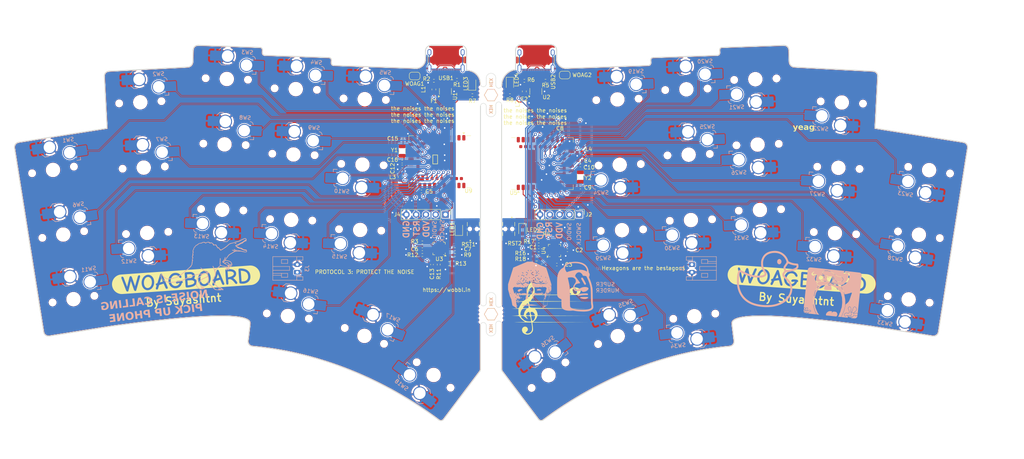
<source format=kicad_pcb>
(kicad_pcb (version 20240108) (generator "pcbnew") (generator_version "8.0")
  (layers (0 "F.Cu" signal) (31 "B.Cu" signal) (34 "B.Paste" user) (35 "F.Paste" user) (36 "B.SilkS" user "B.Silkscreen") (37 "F.SilkS" user "F.Silkscreen") (38 "B.Mask" user) (39 "F.Mask" user) (44 "Edge.Cuts" user))
  (net 0 "")
  (net 1 "GND")
  (net 2 "+5V")
  (net 3 "+VSW")
  (net 4 "+BATT")
  (net 5 "VDD")
  (net 6 "Net-(U9-P0.00{slash}XL1)")
  (net 7 "Net-(U9-P0.01{slash}XL2)")
  (net 8 "Switch13")
  (net 9 "Switch8")
  (net 10 "Switch3")
  (net 11 "Switch14")
  (net 12 "Switch9")
  (net 13 "Switch4")
  (net 14 "Switch15")
  (net 15 "Switch10")
  (net 16 "Switch5")
  (net 17 "Switch16")
  (net 18 "Switch17")
  (net 19 "Switch18")
  (net 20 "Switch1")
  (net 21 "Switch6")
  (net 22 "Switch11")
  (net 23 "Switch2")
  (net 24 "Switch7")
  (net 25 "Switch12")
  (net 26 "Net-(F1-Pad1)")
  (net 27 "VBUS")
  (net 28 "Net-(USB1-CC1)")
  (net 29 "USB-D+")
  (net 30 "USB-D-")
  (net 31 "Net-(USB1-CC2)")
  (net 32 "USB-Din-")
  (net 33 "RST")
  (net 34 "SWDIO")
  (net 35 "SWDCLK")
  (net 36 "DCCH")
  (net 37 "Net-(U3-TS)")
  (net 38 "/TMR")
  (net 39 "/ILIM")
  (net 40 "Net-(U3-ISET)")
  (net 42 "USB-Din+")
  (net 43 "USB-R-Din+")
  (net 48 "Net-(LED3-K)")
  (net 52 "USB-R-Din-")
  (net 56 "Net-(U5-P0.00{slash}XL1)")
  (net 57 "Net-(U5-P0.01{slash}XL2)")
  (net 58 "Net-(F2-Pad1)")
  (net 59 "Net-(USB2-CC1)")
  (net 60 "Net-(USB2-CC2)")
  (net 61 "Net-(U4-TS)")
  (net 62 "Net-(U4-ISET)")
  (net 63 "Net-(USB1-SHIELD)")
  (net 72 "Net-(LED4-A)")
  (net 78 "Net-(USB2-SHIELD)")
  (net 79 "Switch19")
  (net 80 "Switch20")
  (net 81 "Switch21")
  (net 82 "Switch22")
  (net 83 "Switch23")
  (net 84 "Switch24")
  (net 85 "Switch25")
  (net 86 "Switch26")
  (net 87 "Switch27")
  (net 88 "Switch28")
  (net 89 "Switch29")
  (net 90 "Switch30")
  (net 91 "Switch31")
  (net 92 "Switch32")
  (net 93 "Switch33")
  (net 94 "Switch34")
  (net 95 "Switch35")
  (net 96 "Switch36")
  (net 97 "RST-R")
  (net 98 "SWDCLK-R")
  (net 99 "SWDIO-R")
  (net 100 "USB-R-D+")
  (net 101 "USB-R-D-")
  (net 102 "DCCH-R")
  (net 103 "Net-(LED1-K)")
  (net 104 "Net-(LED2-K)")
  (net 105 "Net-(U3-~{CHG})")
  (net 106 "Net-(U4-~{CHG})")
  (net 111 "+VSW-R")
  (net 112 "/ILIM-R")
  (net 113 "+5V-R")
  (net 114 "+BATT-R")
  (net 115 "VDD-R")
  (net 116 "VBUS-R")
  (net 117 "/TMR-R")
  (net 118 "Net-(U9-P0.28{slash}AIN4)")
  (net 119 "Net-(U5-P0.13)")
  (footprint "Capacitor_SMD:C_0402_1005Metric" (layer "F.Cu") (at 123.77 63.25 180)
    (property "Reference" "C5")
    (property "Value" "4u7")
  )
  (footprint "Resistor_SMD:R_0402_1005Metric" (layer "F.Cu") (at 154.25 74.3)
    (property "Reference" "R4")
    (property "Value" "1k5")
  )
  (footprint "Capacitor_SMD:C_0402_1005Metric" (layer "F.Cu") (at 165 55.25)
    (property "Reference" "C4")
    (property "Value" "1u")
  )
  (footprint "PCM_marbastlib-various:nRF52840_E73-2G4M08S1C" (layer "F.Cu") (at 153.96377 55.993566 90)
    (property "Reference" "U5")
    (property "Value" "nRF52840_E73-2G4M08S1C" (hide yes))
  )
  (footprint "LOGO" (layer "F.Cu") (at 157.25 93.75)
    (property "Reference" "G***" (hide yes))
    (property "Value" "LOGO" (hide yes))
  )
  (footprint "Capacitor_SMD:C_0402_1005Metric" (layer "F.Cu") (at 119 49.5 90)
    (property "Reference" "C15")
    (property "Value" "18p")
  )
  (footprint "Library:Q13FC13500004" (layer "F.Cu") (at 118.75 52.5 90)
    (property "Reference" "Y1")
    (property "Value" "32.768 KHz")
  )
  (footprint "Connector_PinHeader_2.54mm:PinHeader_1x05_P2.54mm_Vertical" (layer "F.Cu") (at 164.75 69.25 -90)
    (property "Reference" "J2")
    (property "Value" "Flash connection")
  )
  (footprint "Jumper:SolderJumper-2_P1.3mm_Bridged2Bar_RoundedPad1.0x1.5mm" (layer "F.Cu") (at 161 33)
    (property "Reference" "WOAG2")
    (property "Value" "SHIELDNET")
  )
  (footprint "Jumper:SolderJumper-2_P1.3mm_Bridged2Bar_RoundedPad1.0x1.5mm" (layer "F.Cu") (at 122 33.25 180)
    (property "Reference" "WOAG1")
    (property "Value" "SHIELDNET")
  )
  (footprint "PCM_marbastlib-various:USB_C_Receptacle_HRO_TYPE-C-31-M-12" (layer "F.Cu") (at 153.55 28.19 180)
    (property "Reference" "USB2")
    (property "Value" "HRO_TYPE-C-31-M-14")
  )
  (footprint "Resistor_SMD:R_0402_1005Metric" (layer "F.Cu") (at 124 76.5)
    (property "Reference" "R3")
    (property "Value" "1k5")
  )
  (footprint "Capacitor_SMD:C_0402_1005Metric" (layer "F.Cu") (at 124 78.25 180)
    (property "Reference" "C6")
    (property "Value" "4u7")
  )
  (footprint "kibuzzard-66E93FFE" (layer "F.Cu") (at 62.6 86.2 4)
    (property "Reference" "kibuzzard-66E93FFE" (hide yes))
    (property "Value" "G***" (hide yes))
  )
  (footprint "PCM_marbastlib-various:mousebites_5p5mm_easysnap" (layer "F.Cu") (at 144.6 95.15)
    (property "Reference" "Snap1" (hide yes))
    (property "Value" "5.5mm" (hide yes))
    (fp_line (start -4 -4.4) (end -4 -2.9) (stroke (width 0.1)) (layer "Edge.Cuts"))
    (fp_line (start -4 2.9) (end -4 4.4) (stroke (width 0.1)) (layer "Edge.Cuts"))
    (fp_line (start -1.5 -2.53) (end -1.5 -4.4) (stroke (width 0.1)) (layer "Edge.Cuts"))
    (fp_line (start -1.5 4.4) (end -1.5 2.53) (stroke (width 0.1)) (layer "Edge.Cuts"))
    (fp_arc (start -5.5 2.9) (mid -4.75 2.15) (end -4 2.9) (stroke (width 0.1)) (layer "Edge.Cuts"))
    (fp_arc (start -4 -4.4) (mid -2.75 -5.65) (end -1.5 -4.4) (stroke (width 0.1)) (layer "Edge.Cuts"))
    (fp_arc (start -4 -2.9) (mid -4.75 -2.15) (end -5.5 -2.9) (stroke (width 0.1)) (layer "Edge.Cuts"))
    (fp_arc (start -1.5 2.53) (mid -0.75 1.78) (end 0 2.53) (stroke (width 0.1)) (layer "Edge.Cuts"))
    (fp_arc (start -1.5 4.4) (mid -2.75 5.65) (end -4 4.4) (stroke (width 0.1)) (layer "Edge.Cuts"))
    (fp_arc (start 0 -2.53) (mid -0.75 -1.78) (end -1.5 -2.53) (stroke (width 0.1)) (layer "Edge.Cuts"))
  )
  (footprint "Library:Q13FC13500004" (layer "F.Cu") (at 165.06877 59.743566 -90)
    (property "Reference" "Y2")
    (property "Value" "32.768 KHz")
  )
  (footprint "Capacitor_SMD:C_0402_1005Metric" (layer "F.Cu") (at 126.5 82.25 -90)
    (property "Reference" "C13")
    (property "Value" "4u7")
  )
  (footprint "Resistor_SMD:R_0402_1005Metric" (layer "F.Cu") (at 155 82.5 180)
    (property "Reference" "R15")
    (property "Value" "10k")
  )
  (footprint "LED_SMD:LED_0805_2012Metric" (layer "F.Cu") (at 136.95 35.25 90)
    (property "Reference" "LED3")
    (property "Value" "Yellow")
  )
  (footprint "Inductor_SMD:L_0402_1005Metric" (layer "F.Cu") (at 148.75 37.25 -90)
    (property "Reference" "L2")
    (property "Value" "BLM15PX121SN1D")
  )
  (footprint "PCM_marbastlib-various:mousebites_5p5mm_easysnap" (layer "F.Cu") (at 144.6 38.2)
    (property "Reference" "Snap2" (hide yes))
    (property "Value" "5.5mm" (hide yes))
    (fp_line (start -4 -4.4) (end -4 -2.9) (stroke (width 0.1)) (layer "Edge.Cuts"))
    (fp_line (start -4 2.9) (end -4 4.4) (stroke (width 0.1)) (layer "Edge.Cuts"))
    (fp_line (start -1.5 -2.53) (end -1.5 -4.4) (stroke (width 0.1)) (layer "Edge.Cuts"))
    (fp_line (start -1.5 4.4) (end -1.5 2.53) (stroke (width 0.1)) (layer "Edge.Cuts"))
    (fp_arc (start -5.5 2.9) (mid -4.75 2.15) (end -4 2.9) (stroke (width 0.1)) (layer "Edge.Cuts"))
    (fp_arc (start -4 -4.4) (mid -2.75 -5.65) (end -1.5 -4.4) (stroke (width 0.1)) (layer "Edge.Cuts"))
    (fp_arc (start -4 -2.9) (mid -4.75 -2.15) (end -5.5 -2.9) (stroke (width 0.1)) (layer "Edge.Cuts"))
    (fp_arc (start -1.5 2.53) (mid -0.75 1.78) (end 0 2.53) (stroke (width 0.1)) (layer "Edge.Cuts"))
    (fp_arc (start -1.5 4.4) (mid -2.75 5.65) (end -4 4.4) (stroke (width 0.1)) (layer "Edge.Cuts"))
    (fp_arc (start 0 -2.53) (mid -0.75 -1.78) (end -1.5 -2.53) (stroke (width 0.1)) (layer "Edge.Cuts"))
  )
  (footprint "Inductor_SMD:L_0402_1005Metric" (layer "F.Cu") (at 125.5 36.735 -90)
    (property "Reference" "L1")
    (property "Value" "BLM15PX121SN1D")
  )
  (footprint "Capacitor_SMD:C_0402_1005Metric" (layer "F.Cu") (at 118.75 56.75 180)
    (property "Reference" "C12")
    (property "Value" "1u")
  )
  (footprint "Resistor_SMD:R_0402_1005Metric" (layer "F.Cu") (at 146.75 38.25)
    (property "Reference" "R8")
    (property "Value" "100R")
  )
  (footprint "Connector_PinHeader_2.54mm:PinHeader_1x05_P2.54mm_Vertical" (layer "F.Cu") (at 130 69.25 -90)
    (property "Reference" "J4")
    (property "Value" "Flash connection")
  )
  (footprint "LED_SMD:LED_0805_2012Metric" (layer "F.Cu") (at 150 73.25 -90)
    (property "Reference" "LED2")
    (property "Value" "Orange")
  )
  (footprint "Inductor_SMD:L_0603_1608Metric" (layer "F.Cu") (at 118.25 59.5 90)
    (property "Reference" "L3")
    (property "Value" "10 uH")
  )
  (footprint "Resistor_SMD:R_0402_1005Metric" (layer "F.Cu") (at 154.25 76.25 180)
    (property "Reference" "R17")
    (property "Value" "1k5")
  )
  (footprint "Library:EVQ-P7C" (layer "F.Cu") (at 137.25 73 90)
    (property "Reference" "RST1")
    (property "Value" "EVQ-P7C01P")
  )
  (footprint "Package_DFN_QFN:VQFN-16-1EP_3x3mm_P0.5mm_EP1.68x1.68mm" (layer "F.Cu") (at 158.35 78.6 90)
    (property "Reference" "U4")
    (property "Value" "BQ24075")
  )
  (footprint "Capacitor_SMD:C_0402_1005Metric" (layer "F.Cu") (at 154.25 77.75 180)
    (property "Reference" "C1")
    (property "Value" "4u7")
  )
  (footprint "Package_TO_SOT_SMD:SOT-23-6" (layer "F.Cu") (at 153.5 37.25 90)
    (property "Reference" "U2")
    (property "Value" "USBLC6-2")
  )
  (footprint "Fuse:Fuse_0603_1608Metric" (layer "F.Cu") (at 150.5 37.25 -90)
    (property "Reference" "F2")
    (property "Value" "750 mA")
  )
  (footprint "kibuzzard-66E93FFE" (layer "F.Cu") (at 222.575 86.1 -4)
    (property "Reference" "kibuzzard-66E93FFE" (hide yes))
    (property "Value" "G***" (hide yes))
  )
  (footprint "Capacitor_SMD:C_0402_1005Metric" (layer "F.Cu") (at 165.06877 56.5)
    (property "Reference" "C10")
    (property "Value" "12p")
  )
  (footprint "Capacitor_SMD:C_0402_1005Metric" (layer "F.Cu") (at 159.75 48)
    (property "Reference" "C8")
    (property "Value" "4u7")
  )
  (footprint "Resistor_SMD:R_0402_1005Metric" (layer "F.Cu") (at 133 34.25)
    (property "Reference" "R1")
    (property "Value" "5k1")
  )
  (footprint "Resistor_SMD:R_0402_1005Metric" (layer "F.Cu") (at 132.5 79.75)
    (property "Reference" "R9")
    (property "Value" "10k")
  )
  (footprint "Resistor_SMD:R_0402_1005Metric" (layer "F.Cu") (at 154.25 79.3 180)
    (property "Reference" "R16")
    (property "Value" "47k")
  )
  (footprint "Resistor_SMD:R_0402_1005Metric" (layer "F.Cu") (at 156 34.5 180)
    (property "Reference" "R5")
    (property "Value" "5k1")
  )
  (footprint "PCM_marbastlib-various:USB_C_Receptacle_HRO_TYPE-C-31-M-12" (layer "F.Cu") (at 130.15 28.14 180)
    (property "Reference" "USB1")
    (property "Value" "HRO_TYPE-C-31-M-14")
  )
  (footprint "PCM_marbastlib-various:nRF52840_E73-2G4M08S1C" (layer "F.Cu") (at 129.75 55.5 -90)
    (property "Reference" "U9")
    (property "Value" "nRF52840_E73-2G4M08S1C" (hide yes))
  )
  (footprint "Resistor_SMD:R_0402_1005Metric" (layer "F.Cu") (at 137 38.25)
    (property "Reference" "R7")
    (property "Value" "100R")
  )
  (footprint "Capacitor_SMD:C_0402_1005Metric" (layer "F.Cu") (at 118.75 55.5 180)
    (property "Reference" "C16")
    (property "Value" "18p")
  )
  (footprint "Fuse:Fuse_0603_1608Metric" (layer "F.Cu") (at 127 36.75 -90)
    (property "Reference" "F1")
    (property "Value" "750 mA")
  )
  (footprint "Capacitor_SMD:C_0402_1005Metric" (layer "F.Cu") (at 158.95 82.25)
    (property "Reference" "C3")
    (property "Value" "4u7")
  )
  (footprint "Resistor_SMD:R_0603_1608Metric" (layer "F.Cu") (at 131 82)
    (property "Reference" "R13")
    (property "Value" "3k9")
  )
  (footprint "LED_SMD:LED_0805_2012Metric" (layer "F.Cu") (at 133.5 73 90)
    (property "Reference" "LED1")
    (property "Value" "Orange")
  )
  (footprint "Package_DFN_QFN:VQFN-16-1EP_3x3mm_P0.5mm_EP1.68x1.68mm" (layer "F.Cu") (at 128.35 78.1 180)
    (property "Reference" "U3")
    (property "Value" "BQ24075")
  )
  (footprint "Library:EVQ-P7C" (layer "F.Cu") (at 146.45 73 -90)
    (property "Reference" "RST2")
    (property "Value" "EVQ-P7C01P")
  )
  (footprint "Capacitor_SMD:C_0402_1005Metric" (layer "F.Cu") (at 132.5 78.25)
    (property "Reference" "C7")
    (property "Value" "4u7")
  )
  (footprint "Resistor_SMD:R_0402_1005Metric" (layer "F.Cu") (at 124 79.75 180)
    (property "Reference" "R12")
    (property "Value" "1k5")
  )
  (footprint "Capacitor_SMD:C_0402_1005Metric" (layer "F.Cu") (at 165.06877 62.243566)
    (property "Reference" "C9")
    (property "Value" "12p")
  )
  (footprint "Capacitor_SMD:C_0402_1005Metric" (layer "F.Cu") (at 161.7 78.5)
    (property "Reference" "C2")
    (property "Value" "4u7")
  )
  (footprint "LED_SMD:LED_0805_2012Metric" (layer "F.Cu") (at 146.75 35.25 -90)
    (property "Reference" "LED4")
    (property "Value" "Yellow")
  )
  (footprint "Resistor_SMD:R_0402_1005Metric" (layer "F.Cu") (at 127 34.5 180)
    (property "Reference" "R2")
    (property "Value" "5k1")
  )
  (footprint "Resistor_SMD:R_0402_1005Metric" (layer "F.Cu") (at 128.25 82.25 -90)
    (property "Reference" "R11")
    (property "Value" "47k")
  )
  (footprint "Package_TO_SOT_SMD:SOT-23-6" (layer "F.Cu") (at 130 37.25 90)
    (property "Reference" "U1")
    (property "Value" "USBLC6-2")
  )
  (footprint "Resistor_SMD:R_0603_1608Metric" (layer "F.Cu") (at 153.7 80.8 180)
    (property "Reference" "R18")
    (property "Value" "3k9")
  )
  (footprint "Resistor_SMD:R_0402_1005Metric" (layer "F.Cu") (at 150.5 34.5)
    (property "Reference" "R6")
    (property "Value" "5k1")
  )
  (footprint "Inductor_SMD:L_0603_1608Metric" (layer "F.Cu") (at 165.56877 52.243566 -90)
    (property "Reference" "L4")
    (property "Value" "10 uH")
  )
  (footprint "Library:SW_choc_v1_HS_No_LED" (layer "B.Cu") (at 231.22478 74.086932 177)
    (property "Reference" "SW32")
    (property "Value" "SW_Push")
  )
  (footprint "Library:SW_choc_v1_HS_No_LED" (layer "B.Cu") (at 126.927396 110.93588 143)
    (property "Reference" "SW18")
    (property "Value" "SW_Push")
  )
  (footprint "Library:SW_choc_v1_HS_No_LED" (layer "B.Cu") (at 30.685446 74.445312 9)
    (property "Reference" "SW6")
    (property "Value" "SW_Push")
  )
  (footprint "Library:SW_choc_v1_HS_No_LED" (layer "B.Cu") (at 174.76868 100.841124 22)
    (property "Reference" "SW35")
    (property "Value" "SW_Push")
  )
  (footprint "Library:SW_choc_v1_HS_No_LED" (layer "B.Cu") (at 253.028162 74.502854 171)
    (property "Reference" "SW28")
    (property "Value" "SW_Push")
  )
  (footprint "Library:SW_choc_v1_HS_No_LED" (layer "B.Cu") (at 210.527012 34.078248 -178)
    (property "Reference" "SW21")
    (property "Value" "SW_Push")
  )
  (footprint "Library:SW_choc_v1_HS_No_LED" (layer "B.Cu") (at 193.201076 53.69487 2)
    (property "Reference" "SW25")
    (property "Value" "SW_Push")
  )
  (footprint "Library:SW_choc_v1_HS_No_LED" (layer "B.Cu") (at 89.046738 95.61174 -7)
    (property "Reference" "SW16")
    (property "Value" "SW_Push")
  )
  (footprint "Library:SW_choc_v1_HS_No_LED" (layer "B.Cu") (at 175.875122 73.311477 -178)
    (property "Reference" "SW29")
    (property "Value" "SW_Push")
  )
  (footprint "Library:SW_choc_v1_HS_No_LED" (layer "B.Cu") (at 232.114502 57.110239 177)
    (property "Reference" "SW27")
    (property "Value" "SW_Push")
  )
  (footprint "Library:SW_choc_v1_HS_No_LED" (layer "B.Cu") (at 108.431766 56.264304 178)
    (property "Reference" "SW10")
    (property "Value" "SW_Push")
  )
  (footprint "Library:SW_choc_v1_HS_No_LED" (layer "B.Cu") (at 108.94491 100.783582 -22)
    (property "Reference" "SW17")
    (property "Value" "SW_Push")
  )
  (footprint "Library:SW_choc_v1_HS_No_LED" (layer "B.Cu") (at 33.34482 91.236024 9)
    (property "Reference" "SW11")
    (property "Value" "SW_Push")
  )
  (footprint "Library:SW_choc_v1_HS_No_LED" (layer "B.Cu") (at 211.12031 51.067895 -178)
    (property "Reference" "SW26")
    (property "Value" "SW_Push")
  )
  (footprint "Library:SW_choc_v1_HS_No_LED" (layer "B.Cu") (at 250.36877 91.293566 171)
    (property "Reference" "SW33")
    (property "Value" "SW_Push")
  )
  (footprint "Library:SW_choc_v1_HS_No_LED" (layer "B.Cu") (at 28.026054 57.654616 9)
    (property "Reference" "SW1")
    (property "Value" "SW_Push")
  )
  (footprint "Connector_JST:JST_PH_S2B-PH-K_1x02_P2.00mm_Horizontal" (layer "B.Cu") (at 194.05 82.25 -90)
    (property "Reference" "J1")
    (property "Value" "Battery JST")
  )
  (footprint "LOGO" (layer "B.Cu") (at 213.75 86 180)
    (property "Reference" "G***" (hide yes))
    (property "Value" "LOGO" (hide yes))
  )
  (footprint "Library:SW_choc_v1_HS_No_LED" (layer "B.Cu") (at 107.838468 73.253935 178)
    (property "Reference" "SW15")
    (property "Value" "SW_Push")
  )
  (footprint "Library:SW_choc_v1_HS_No_LED" (layer "B.Cu") (at 52.48881 74.02939 -177)
    (property "Reference" "SW12")
    (property "Value" "SW_Push")
  )
  (footprint "Library:SW_choc_v1_HS_No_LED" (layer "B.Cu") (at 192.607778 36.705223 2)
    (property "Reference" "SW20")
    (property "Value" "SW_Push")
  )
  (footprint "Connector_JST:JST_PH_S2B-PH-K_1x02_P2.00mm_Horizontal" (layer "B.Cu") (at 91.5 84.25 90)
    (property "Reference" "J3")
    (property "Value" "Battery JST")
  )
  (footprint "Library:SW_choc_v1_HS_No_LED" (layer "B.Cu") (at 72 68 178)
    (property "Reference" "SW13")
    (property "Value" "SW_Push")
  )
  (footprint "Library:SW_choc_v1_HS_No_LED" (layer "B.Cu") (at 175.281842 56.321846 -178)
    (property "Reference" "SW24")
    (property "Value" "SW_Push")
  )
  (footprint "Library:SW_choc_v1_HS_No_LED" (layer "B.Cu") (at 72.59328 51.010353 -2)
    (property "Reference" "SW8")
    (property "Value" "SW_Push")
  )
  (footprint "Library:SW_choc_v1_HS_No_LED" (layer "B.Cu") (at 90.512532 53.637328 -2)
    (property "Reference" "SW9")
    (property "Value" "SW_Push")
  )
  (footprint "Library:SW_choc_v1_HS_No_LED" (layer "B.Cu") (at 255.687536 57.712158 171)
    (property "Reference" "SW23")
    (property "Value" "SW_Push")
  )
  (footprint "LOGO" (layer "B.Cu") (at 163.7 88 180)
    (property "Reference" "G***" (hide yes))
    (property "Value" "LOGO" (hide yes))
  )
  (footprint "Library:SW_choc_v1_HS_No_LED" (layer "B.Cu") (at 193.794356 70.684517 -178)
    (property "Reference" "SW30")
    (property "Value" "SW_Push")
  )
  (footprint "LOGO" (layer "B.Cu") (at 230.6 89.6 174)
    (property "Reference" "G***" (hide yes))
    (property "Value" "LOGO" (hide yes))
  )
  (footprint "Library:SW_choc_v1_HS_No_LED" (layer "B.Cu") (at 233.004206 40.133528 177)
    (property "Reference" "SW22")
    (property "Value" "SW_Push")
  )
  (footprint "Library:SW_choc_v1_HS_No_LED" (layer "B.Cu") (at 51.599106 57.052697 3)
    (property "Reference" "SW7")
    (property "Value" "SW_Push")
  )
  (footprint "Library:SW_choc_v1_HS_No_LED" (layer "B.Cu") (at 156.786212 110.993422 37)
    (property "Reference" "SW36")
    (property "Value" "SW_Push")
  )
  (footprint "LOGO" (layer "B.Cu") (at 68.5 80.5 180)
    (property "Reference" "G***" (hide yes))
    (property "Value" "LOGO" (hide yes))
  )
  (footprint "Library:SW_choc_v1_HS_No_LED" (layer "B.Cu") (at 50.709384 40.075986 3)
    (property "Reference" "SW2")
    (property "Value" "SW_Push")
  )
  (footprint "Library:SW_choc_v1_HS_No_LED" (layer "B.Cu") (at 194.666852 95.669282 -173)
    (property "Reference" "SW34")
    (property "Value" "SW_Push")
  )
  (footprint "Library:SW_choc_v1_HS_No_LED" (layer "B.Cu") (at 73.186578 34.020706 -2)
    (property "Reference" "SW3")
    (property "Value" "SW_Push")
  )
  (footprint "LOGO" (layer "B.Cu") (at 151.9 87.98688 180)
    (property "Reference" "G***" (hide yes))
    (property "Value" "LOGO" (hide yes))
  )
  (footprint "Library:SW_choc_v1_HS_No_LED" (layer "B.Cu") (at 91.105812 36.647681 -2)
    (property "Reference" "SW4")
    (property "Value" "SW_Push")
  )
  (footprint "Library:SW_choc_v1_HS_No_LED" (layer "B.Cu") (at 211.71359 68.057542 -178)
    (property "Reference" "SW31")
    (property "Value" "SW_Push")
  )
  (footprint "Library:SW_choc_v1_HS_No_LED" (layer "B.Cu") (at 89.919234 70.626975 178)
    (property "Reference" "SW14")
    (property "Value" "SW_Push")
  )
  (footprint "Library:SW_choc_v1_HS_No_LED" (layer "B.Cu") (at 109.025046 39.274657 -2)
    (property "Reference" "SW5")
    (property "Value" "SW_Push")
  )
  (footprint "Library:SW_choc_v1_HS_No_LED" (layer "B.Cu") (at 174.688544 39.332199 2)
    (property "Reference" "SW19")
    (property "Value" "SW_Push")
  )
  (gr_line (start 42.568327 31.996636) (end 63.007239 30.925478) (stroke (width 0.2)) (layer "Edge.Cuts"))
  (gr_line (start 183.321834 29.115174) (end 183.346937 29.834035) (stroke (width 0.2)) (layer "Edge.Cuts"))
  (gr_arc (start 144.6 35.669999) (mid 145.634359 32.938703) (end 148.215 31.571164) (stroke (width 0.2)) (layer "Edge.Cuts"))
  (gr_curve (pts (xy 240.135349 98.220528) (xy 216.343748 95.028323) (xy 204.453785 94.792746) (xy 204.46546 97.513797)) (stroke (width 0.2)) (layer "Edge.Cuts"))
  (gr_arc (start 161.415 31.242698) (mid 159.55795 30.475203) (end 158.915832 28.571164) (stroke (width 0.2)) (layer "Edge.Cuts"))
  (gr_line (start 158.915832 26.610402) (end 158.915832 28.571164) (stroke (width 0.2)) (layer "Edge.Cuts"))
  (gr_arc (start 81.843399 25.819815) (mid 82.285917 26.021482) (end 82.456224 26.47699) (stroke (width 0.2)) (layer "Edge.Cuts"))
  (gr_arc (start 133.960762 25.25) (mid 135.049168 25.700832) (end 135.5 26.789238) (stroke (width 0.2)) (layer "Edge.Cuts"))
  (gr_arc (start 148.215 26.610402) (mid 148.665832 25.521996) (end 149.754238 25.071164) (stroke (width 0.2)) (layer "Edge.Cuts"))
  (gr_arc (start 264.605897 50.46056) (mid 265.455579 50.981246) (end 265.688214 51.950243) (stroke (width 0.2)) (layer "Edge.Cuts"))
  (gr_arc (start 139.1 109.472505) (mid 139.058458 109.72758) (end 138.938127 109.956293) (stroke (width 0.2)) (layer "Edge.Cuts"))
  (gr_arc (start 129.509187 122.468919) (mid 128.947325 122.800484) (end 128.315317 122.638645) (stroke (width 0.2)) (layer "Edge.Cuts"))
  (gr_arc (start 79.863461 103.50313) (mid 78.972838 103.029477) (end 78.69482 102.059806) (stroke (width 0.2)) (layer "Edge.Cuts"))
  (gr_arc (start 201.243776 26.47699) (mid 201.414083 26.021482) (end 201.856601 25.819815) (stroke (width 0.2)) (layer "Edge.Cuts"))
  (gr_line (start 204.485113 97.824193) (end 205.00518 102.059806) (stroke (width 0.2)) (layer "Edge.Cuts"))
  (gr_arc (start 135.5 31.75) (mid 138.04251 32.772032) (end 139.1 35.3) (stroke (width 0.2)) (layer "Edge.Cuts"))
  (gr_line (start 241.131673 31.996636) (end 220.692761 30.925478) (stroke (width 0.2)) (layer "Edge.Cuts"))
  (gr_line (start 100.972644 30.498454) (end 122.285 31.242698) (stroke (width 0.2)) (layer "Edge.Cuts"))
  (gr_line (start 64.337168 29.572132) (end 64.445085 26.481799) (stroke (width 0.2)) (layer "Edge.Cuts"))
  (gr_arc (start 204.485113 97.824193) (mid 204.470711 97.669285) (end 204.46546 97.513797) (stroke (width 0.2)) (layer "Edge.Cuts"))
  (gr_arc (start 205.00518 102.059806) (mid 204.727162 103.029477) (end 203.836539 103.50313) (stroke (width 0.2)) (layer "Edge.Cuts"))
  (gr_line (start 183.941414 28.450755) (end 200.651543 27.867224) (stroke (width 0.2)) (layer "Edge.Cuts"))
  (gr_line (start 19.094103 50.46056) (end 42.055852 46.823777) (stroke (width 0.2)) (layer "Edge.Cuts"))
  (gr_curve (pts (xy 203.836539 103.50313) (xy 186.75728 104.999377) (xy 169.608554 111.991043) (xy 155.384683 122.638645)) (stroke (width 0.2)) (layer "Edge.Cuts"))
  (gr_line (start 148.215 31.571164) (end 148.215 26.610402) (stroke (width 0.2)) (layer "Edge.Cuts"))
  (gr_line (start 79.214887 97.824193) (end 78.69482 102.059806) (stroke (width 0.2)) (layer "Edge.Cuts"))
  (gr_line (start 27.072261 100.832666) (end 43.564651 98.220528) (stroke (width 0.2)) (layer "Edge.Cuts"))
  (gr_arc (start 41.349723 33.350032) (mid 41.678727 32.420953) (end 42.568327 31.996636) (stroke (width 0.2)) (layer "Edge.Cuts"))
  (gr_line (start 124.799168 26.789238) (end 124.799168 28.75) (stroke (width 0.2)) (layer "Edge.Cuts"))
  (gr_arc (start 183.321834 29.115174) (mid 183.494018 28.654645) (end 183.941414 28.450755) (stroke (width 0.2)) (layer "Edge.Cuts"))
  (gr_arc (start 217.942636 25.258078) (mid 218.852216 25.598157) (end 219.254915 26.481799) (stroke (width 0.2)) (layer "Edge.Cuts"))
  (gr_curve (pts (xy 79.863461 103.50313) (xy 96.94272 104.999377) (xy 114.091446 111.991043) (xy 128.315317 122.638645)) (stroke (width 0.2)) (layer "Edge.Cuts"))
  (gr_arc (start 64.445085 26.481799) (mid 64.847784 25.598157) (end 65.757364 25.258078) (stroke (width 0.2)) (layer "Edge.Cuts"))
  (gr_line (start 99.758586 28.450755) (end 83.048457 27.867224) (stroke (width 0.2)) (layer "Edge.Cuts"))
  (gr_arc (start 124.799168 26.789238) (mid 125.25 25.700832) (end 126.338406 25.25) (stroke (width 0.2)) (layer "Edge.Cuts"))
  (gr_line (start 264.605897 50.46056) (end 241.644148 46.823777) (stroke (width 0.2)) (layer "Edge.Cuts"))
  (gr_arc (start 220.692761 30.925478) (mid 219.764653 30.507395) (end 219.362832 29.572132) (stroke (width 0.2)) (layer "Edge.Cuts"))
  (gr_line (start 139.1 41.1) (end 139.1 92.25) (stroke (width 0.2)) (layer "Edge.Cuts"))
  (gr_arc (start 99.758586 28.450755) (mid 100.205982 28.654645) (end 100.378166 29.115174) (stroke (width 0.2)) (layer "Edge.Cuts"))
  (gr_line (start 133.960762 25.25) (end 126.338406 25.25) (stroke (width 0.2)) (layer "Edge.Cuts"))
  (gr_line (start 201.243776 26.47699) (end 201.269194 27.204875) (stroke (width 0.2)) (layer "Edge.Cuts"))
  (gr_line (start 129.509187 122.468919) (end 138.938127 109.956293) (stroke (width 0.2)) (layer "Edge.Cuts"))
  (gr_arc (start 64.337168 29.572132) (mid 63.935347 30.507395) (end 63.007239 30.925478) (stroke (width 0.2)) (layer "Edge.Cuts"))
  (gr_line (start 82.456224 26.47699) (end 82.430806 27.204875) (stroke (width 0.2)) (layer "Edge.Cuts"))
  (gr_line (start 42.055852 46.823777) (end 41.349723 33.350032) (stroke (width 0.2)) (layer "Edge.Cuts"))
  (gr_arc (start 18.011786 51.950243) (mid 18.244421 50.981246) (end 19.094103 50.46056) (stroke (width 0.2)) (layer "Edge.Cuts"))
  (gr_line (start 201.856601 25.819815) (end 217.942636 25.258078) (stroke (width 0.2)) (layer "Edge.Cuts"))
  (gr_arc (start 27.072261 100.832666) (mid 26.103264 100.60003) (end 25.582579 99.750348) (stroke (width 0.2)) (layer "Edge.Cuts"))
  (gr_arc (start 124.799168 28.75) (mid 124.080835 30.539741) (end 122.285 31.242698) (stroke (width 0.2)) (layer "Edge.Cuts"))
  (gr_arc (start 155.384683 122.638645) (mid 154.752675 122.800484) (end 154.190813 122.468919) (stroke (width 0.2)) (layer "Edge.Cuts"))
  (gr_arc (start 144.761873 109.956293) (mid 144.641542 109.72758) (end 144.6 109.472505) (stroke (width 0.2)) (layer "Edge.Cuts"))
  (gr_line (start 182.727356 30.498454) (end 161.415 31.242698) (stroke (width 0.2)) (layer "Edge.Cuts"))
  (gr_arc (start 83.048457 27.867224) (mid 82.602454 27.663969) (end 82.430806 27.204875) (stroke (width 0.2)) (layer "Edge.Cuts"))
  (gr_line (start 154.190813 122.468919) (end 144.761873 109.956293) (stroke (width 0.2)) (layer "Edge.Cuts"))
  (gr_arc (start 183.346937 29.834035) (mid 183.174752 30.294564) (end 182.727356 30.498454) (stroke (width 0.2)) (layer "Edge.Cuts"))
  (gr_line (start 135.5 31.75) (end 135.5 26.789238) (stroke (width 0.2)) (layer "Edge.Cuts"))
  (gr_line (start 81.843399 25.819815) (end 65.757364 25.258078) (stroke (width 0.2)) (layer "Edge.Cuts"))
  (gr_line (start 144.6 97.68) (end 144.6 109.472505) (stroke (width 0.2)) (layer "Edge.Cuts"))
  (gr_line (start 258.117421 99.750348) (end 265.688214 51.950243) (stroke (width 0.2)) (layer "Edge.Cuts"))
  (gr_line (start 25.582579 99.750348) (end 18.011786 51.950243) (stroke (width 0.2)) (layer "Edge.Cuts"))
  (gr_arc (start 201.269194 27.204875) (mid 201.097546 27.663969) (end 200.651543 27.867224) (stroke (width 0.2)) (layer "Edge.Cuts"))
  (gr_line (start 219.362832 29.572132) (end 219.254915 26.481799) (stroke (width 0.2)) (layer "Edge.Cuts"))
  (gr_curve (pts (xy 43.564651 98.220528) (xy 67.356252 95.028323) (xy 79.246215 94.792746) (xy 79.23454 97.513797)) (stroke (width 0.2)) (layer "Edge.Cuts"))
  (gr_arc (start 79.23454 97.513797) (mid 79.229288 97.669285) (end 79.214887 97.824193) (stroke (width 0.2)) (layer "Edge.Cuts"))
  (gr_line (start 149.754238 25.071164) (end 157.376594 25.071164) (stroke (width 0.2)) (layer "Edge.Cuts"))
  (gr_arc (start 100.972644 30.498454) (mid 100.525248 30.294564) (end 100.353063 29.834035) (stroke (width 0.2)) (layer "Edge.Cuts"))
  (gr_arc (start 157.376594 25.071164) (mid 158.465 25.521996) (end 158.915832 26.610402) (stroke (width 0.2)) (layer "Edge.Cuts"))
  (gr_line (start 144.6 40.73) (end 144.6 92.62) (stroke (width 0.2)) (layer "Edge.Cuts"))
  (gr_line (start 241.644148 46.823777) (end 242.350277 33.350032) (stroke (width 0.2)) (layer "Edge.Cuts"))
  (gr_line (start 256.627739 100.832666) (end 240.135349 98.220528) (stroke (width 0.2)) (layer "Edge.Cuts"))
  (gr_arc (start 258.117421 99.750348) (mid 257.596736 100.60003) (end 256.627739 100.832666) (stroke (width 0.2)) (layer "Edge.Cuts"))
  (gr_line (start 139.1 98.05) (end 139.1 109.472505) (stroke (width 0.2)) (layer "Edge.Cuts"))
  (gr_line (start 100.378166 29.115174) (end 100.353063 29.834035) (stroke (width 0.2)) (layer "Edge.Cuts"))
  (gr_arc (start 241.131673 31.996636) (mid 242.021273 32.420953) (end 242.350277 33.350032) (stroke (width 0.2)) (layer "Edge.Cuts"))
  (gr_text "RST" (at 157.8 70.9 90) (layer "B.SilkS") (effects (font (size 1.5 1.5) (thickness 0.3) (bold yes)) (justify left bottom mirror)))
  (gr_text "SWDCLK" (at 129.75 70.5 90) (layer "B.SilkS") (effects (font (size 1 1)) (justify left bottom mirror)))
  (gr_text "NOISE IS CALLING\nPICK UP PHONE" (at 54.9 96.1 7) (layer "B.SilkS") (effects (font (size 2 2) (thickness 0.2) (bold yes)) (justify bottom mirror)))
  (gr_text "RST" (at 123.4 70.6 90) (layer "B.SilkS") (effects (font (size 1.5 1.5) (thickness 0.3) (bold yes)) (justify left bottom mirror)))
  (gr_text "GND" (at 120.7 70.6 90) (layer "B.SilkS") (effects (font (size 1.5 1.5) (thickness 0.3) (bold yes)) (justify left bottom mirror)))
  (gr_text "SWDCLK" (at 165.25 71.25 90) (layer "B.SilkS") (effects (font (size 1 1)) (justify left bottom mirror)))
  (gr_text "VDD" (at 160.5 71.1 90) (layer "B.SilkS") (effects (font (size 1.5 1.5) (thickness 0.3) (bold yes)) (justify left bottom mirror)))
  (gr_text "GND" (at 155.5 71 90) (layer "B.SilkS") (effects (font (size 1.5 1.5) (thickness 0.3) (bold yes)) (justify left bottom mirror)))
  (gr_text "SWDIO\n" (at 162.75 71.25 90) (layer "B.SilkS") (effects (font (size 1 1)) (justify left bottom mirror)))
  (gr_text "SWDIO\n" (at 127.75 70.75 90) (layer "B.SilkS") (effects (font (size 1 1)) (justify left bottom mirror)))
  (gr_text "VDD" (at 125.9 70.7 90) (layer "B.SilkS") (effects (font (size 1.5 1.5) (thickness 0.3) (bold yes)) (justify left bottom mirror)))
  (gr_text "SUPER\nMURDER" (at 169 88.2 0) (layer "B.SilkS") (effects (font (size 1 1)) (justify right mirror)))
  (gr_text "Hexagons are the bestagons" (at 170.5 83.75 0) (layer "F.SilkS") (effects (font (size 1 1)) (justify left bottom)))
  (gr_text "By Suyashtnt" (at 52 93.375 4) (layer "F.SilkS") (effects (font (size 2 2) (thickness 0.35) (bold yes)) (justify left bottom)))
  (gr_text "yeag" (at 220.25 47.5 0) (layer "F.SilkS") (effects (font (size 1.5 1.5) (thickness 0.2) (bold yes)) (justify left bottom)))
  (gr_text "the noises the noises\nthe noises the noises\nthe noises the noises" (at 115.75 45.5 0) (layer "F.SilkS") (effects (font (size 1 1)) (justify left bottom)))
  (gr_text "ඞ\n" (at 126.5 56 0) (layer "F.SilkS") (effects (font (size 2 2)) (justify left bottom)))
  (gr_text "By Suyashtnt" (at 211.079591 91.729938 -4) (layer "F.SilkS") (effects (font (size 2 2) (thickness 0.35) (bold yes)) (justify left bottom)))
  (gr_text "the noises the noises\nthe noise  the noises\nthe noises the noises" (at 145 46 0) (layer "F.SilkS") (effects (font (size 1 1)) (justify left bottom)))
  (gr_text "https://wobbl.in" (at 123.975 89.4 0) (layer "F.SilkS") (effects (font (size 1 1)) (justify left bottom)))
  (gr_text "PROTOCOL 3: PROTECT THE NOISE" (at 96 84.75 0) (layer "F.SilkS") (effects (font (size 1 1)) (justify left bottom)))
  (segment (start 153.5 37.725001) (end 153.5 38.3875) (width 0.25) (layer "F.Cu") (net 1))
  (segment (start 159.8125 79.35) (end 159.1 80.0625) (width 0.25) (layer "F.Cu") (net 1))
  (segment (start 117.587 57.5) (end 118.27 56.817) (width 0.25) (layer "F.Cu") (net 1))
  (segment (start 149.99 34.5) (end 149.99 35.01) (width 0.25) (layer "F.Cu") (net 1))
  (segment (start 160.23 48) (end 160.23 45.52) (width 0.25) (layer "F.Cu") (net 1))
  (segment (start 128.22 82.73) (end 128.25 82.76) (width 0.25) (layer "F.Cu") (net 1))
  (segment (start 146.379 74.146) (end 146.379 71.854) (width 0.25) (layer "F.Cu") (net 1))
  (segment (start 129.8125 75.9375) (end 129.8125 77.35) (width 0.25) (layer "F.Cu") (net 1))
  (segment (start 117.122 57.965) (end 117.122 59.305341) (width 0.25) (layer "F.Cu") (net 1))
  (segment (start 159.8125 76.6875) (end 160 76.5) (width 0.25) (layer "F.Cu") (net 1))
  (segment (start 117.587 57.5) (end 117.587 56.25) (width 0.25) (layer "F.Cu") (net 1))
  (segment (start 160.23 45.52) (end 161.25 44.5) (width 0.25) (layer "F.Cu") (net 1))
  (segment (start 162.18 78.6) (end 162.18 78.72) (width 0.25) (layer "F.Cu") (net 1))
  (segment (start 120.25 48.25) (end 120.25 48.5) (width 0.25) (layer "F.Cu") (net 1))
  (segment (start 122.85 60.15) (end 122.85 59.31) (width 0.25) (layer "F.Cu") (net 1))
  (segment (start 166.6 55.275) (end 166.6 61.6) (width 0.25) (layer "F.Cu") (net 1))
  (segment (start 117.122 57.965) (end 117.587 57.5) (width 0.25) (layer "F.Cu") (net 1))
  (segment (start 153.74 79.3) (end 151.7 79.3) (width 0.25) (layer "F.Cu") (net 1))
  (segment (start 137.321 74.146) (end 137.321 71.854) (width 0.25) (layer "F.Cu") (net 1))
  (segment (start 160 81) (end 160 80.9625) (width 0.25) (layer "F.Cu") (net 1))
  (segment (start 129.235 82.76) (end 130 83.525) (width 0.25) (layer "F.Cu") (net 1))
  (segment (start 159.8 79.35) (end 159.1 79.35) (width 0.25) (layer "F.Cu") (net 1))
  (segment (start 117.123 57.964) (end 117.122 57.965) (width 0.25) (layer "F.Cu") (net 1))
  (segment (start 126.5 82.73) (end 128.22 82.73) (width 0.25) (layer "F.Cu") (net 1))
  (segment (start 121.25 65.64) (end 121.02125 65.86875) (width 0.25) (layer "F.Cu") (net 1))
  (segment (start 137.975 76.725) (end 138 76.75) (width 0.25) (layer "F.Cu") (net 1))
  (segment (start 126.5 82.73) (end 125.27 82.73) (width 0.25) (layer "F.Cu") (net 1))
  (segment (start 129.1 77.35) (end 129.1 76.6375) (width 0.25) (layer "F.Cu") (net 1))
  (segment (start 123.29 65.4) (end 123.29 63.25) (width 0.25) (layer "F.Cu") (net 1))
  (segment (start 130.475001 37.25) (end 130 37.725001) (width 0.25) (layer "F.Cu") (net 1))
  (segment (start 154.49 82.5) (end 153.525 82.5) (width 0.25) (layer "F.Cu") (net 1))
  (segment (start 125.27 82.73) (end 125.25 82.75) (width 0.25) (layer "F.Cu") (net 1))
  (segment (start 118.61875 65.86875) (end 117.123 64.373) (width 0.25) (layer "F.Cu") (net 1))
  (segment (start 123.49 79.75) (end 119.75 79.75) (width 0.25) (layer "F.Cu") (net 1))
  (segment (start 121.02125 65.86875) (end 118.61875 65.86875) (width 0.25) (layer "F.Cu") (net 1))
  (segment (start 145.725 74.8) (end 145.725 76.725) (width 0.25) (layer "F.Cu") (net 1))
  (segment (start 121 65.39) (end 121 62) (width 0.25) (layer "F.Cu") (net 1))
  (segment (start 166.6 61.6) (end 165.956434 62.243566) (width 0.25) (layer "F.Cu") (net 1))
  (segment (start 129.1 75.4) (end 129.1 76.6375) (width 0.25) (layer "F.Cu") (net 1))
  (segment (start 159.1 77.85) (end 159.8125 77.85) (width 0.25) (layer "F.Cu") (net 1))
  (segment (start 153.975001 37.25) (end 153.5 37.725001) (width 0.25) (layer "F.Cu") (net 1))
  (segment (start 152.875 80.8) (end 151.55 80.8) (width 0.25) (layer "F.Cu") (net 1))
  (segment (start 137.321 71.854) (end 137.975 71.2) (width 0.25) (layer "F.Cu") (net 1))
  (segment (start 145.725 74.8) (end 146.379 74.146) (width 0.25) (layer "F.Cu") (net 1))
  (segment (start 164.166434 54.083566) (end 162.66377 54.083566) (width 0.25) (layer "F.Cu") (net 1))
  (segment (start 127.6 77.35) (end 127.6 76.6375) (width 0.25) (layer "F.Cu") (net 1))
  (segment (start 163.25 78.5) (end 162.28 78.5) (width 0.25) (layer "F.Cu") (net 1))
  (segment (start 151.55 80.8) (end 151.5 80.75) (width 0.25) (layer "F.Cu") (net 1))
  (segment (start 118.27 56.817) (end 118.27 56.75) (width 0.25) (layer "F.Cu") (net 1))
  (segment (start 120.115305 57.41) (end 121.05 57.41) (width 0.25) (layer "F.Cu") (net 1))
  (segment (start 137.975 74.8) (end 137.321 74.146) (width 0.25) (layer "F.Cu") (net 1))
  (segment (start 154.59 69.25) (end 154.75534 69.25) (width 0.25) (layer "F.Cu") (net 1))
  (segment (start 120.25 48.5) (end 119.73 49.02) (width 0.25) (layer "F.Cu") (net 1))
  (segment (start 157 55.575) (end 160.391434 52.183566) (width 0.25) (layer "F.Cu") (net 1))
  (segment (start 160.391434 52.183566) (end 160.86377 52.183566) (width 0.25) (layer "F.Cu") (net 1))
  (segment (start 129.1 77.35) (end 129.8125 77.35) (width 0.25) (layer "F.Cu") (net 1))
  (segment (start 117.587 56.25) (end 117.25 55.913) (width 0.25) (layer "F.Cu") (net 1))
  (segment (start 127.6 76.6) (end 126.25 75.25) (width 0.25) (layer "F.Cu") (net 1))
  (segment (start 153.77 77.75) (end 151.5 77.75) (width 0.25) (layer "F.Cu") (net 1))
  (segment (start 164.25 54) (end 164.166434 54.083566) (width 0.25) (layer "F.Cu") (net 1))
  (segment (start 145.725 76.725) (end 145.75 76.75) (width 0.25) (layer "F.Cu") (net 1))
  (segment (start 122.94 65.75) (end 121.36 65.75) (width 0.25) (layer "F.Cu") (net 1))
  (segment (start 149.285 33.25) (end 148.25 33.25) (width 0.25) (layer "F.Cu") (net 1))
  (segment (start 166.575 55.25) (end 165.48 55.25) (width 0.25) (layer "F.Cu") (net 1))
  (segment (start 126.49 34.5) (end 126 34.5) (width 0.25) (layer "F.Cu") (net 1))
  (segment (start 130.25 74.25) (end 129.1 75.4) (width 0.25) (layer "F.Cu") (net 1))
  (segment (start 160.6 79.35) (end 161.25 80) (width 0.25) (layer "F.Cu") (net 1))
  (segment (start 165.956434 62.243566) (end 165.54877 62.243566) (width 0.25) (layer "F.Cu") (net 1))
  (segment (start 137.975 74.8) (end 137.975 76.725) (width 0.25) (layer "F.Cu") (net 1))
  (segment (start 154.01377 62.76377) (end 154.01377 62.193566) (width 0.25) (layer "F.Cu") (net 1))
  (segment (start 153.74 76.25) (end 151.5 76.25) (width 0.25) (layer "F.Cu") (net 1))
  (segment (start 129.7 51) (end 129.7 49.3) (width 0.25) (layer "F.Cu") (net 1))
  (segment (start 149.99 35.01) (end 149.5 35.5) (width 0.25) (layer "F.Cu") (net 1))
  (segment (start 158.35 78.6) (end 159.1 77.85) (width 0.25) (layer "F.Cu") (net 1))
  (segment (start 126.9 32.185) (end 126.097653 32.987347) (width 0.25) (layer "F.Cu") (net 1))
  (segment (start 160.86377 51.61123) (end 162.25 50.225) (width 0.25) (layer "F.Cu") (net 1))
  (segment (start 160 80.9625) (end 159.1 80.0625) (width 0.25) (layer "F.Cu") (net 1))
  (segment (start 131.825 82) (end 133 82) (width 0.25) (layer "F.Cu") (net 1))
  (segment (start 119.73 49.02) (end 119 49.02) (width 0.25) (layer "F.Cu") (net 1))
  (segment (start 133.01 79.75) (end 134.25 79.75) (width 0.25) (layer "F.Cu") (net 1))
  (segment (start 117.123 64.373) (end 117.123 57.964) (width 0.25) (layer "F.Cu") (net 1))
  (segment (start 151.7 79.3) (end 151.5 79.5) (width 0.25) (layer "F.Cu") (net 1))
  (segment (start 130 37.725001) (end 130 38.3875) (width 0.25) (layer "F.Cu") (net 1))
  (segment (start 126.097653 32.987347) (end 125.237347 32.987347) (width 0.25) (layer "F.Cu") (net 1))
  (segment (start 160.86377 52.183566) (end 160.86377 51.61123) (width 0.25) (layer "F.Cu") (net 1))
  (segment (start 166.575 55.25) (end 166.6 55.275) (width 0.25) (layer "F.Cu") (net 1))
  (segment (start 132.25 37.25) (end 130.475001 37.25) (width 0.25) (layer "F.Cu") (net 1))
  (segment (start 128.35 78.1) (end 127.6 77.35) (width 0.25) (layer "F.Cu") (net 1))
  (segment (start 117.25 55.913) (end 117.25 50) (width 0.25) (layer "F.Cu") (net 1))
  (segment (start 121.36 65.75) (end 121.25 65.64) (width 0.25) (layer "F.Cu") (net 1))
  (segment (start 117.587 56.183) (end 118.27 55.5) (width 0.25) (layer "F.Cu") (net 1))
  (segment (start 119.568826 57.956479) (end 120.115305 57.41) (width 0.25) (layer "F.Cu") (net 1))
  (segment (start 118.23 49.02) (end 119 49.02) (width 0.25) (layer "F.Cu") (net 1))
  (segment (start 165.48 56.43123) (end 165.54877 56.5) (width 0.25) (layer "F.Cu") (net 1))
  (segment (start 117.25 50) (end 118.23 49.02) (width 0.25) (layer "F.Cu") (net 1))
  (segment (start 130.25 75.5) (end 129.8125 75.9375) (width 0.25) (layer "F.Cu") (net 1))
  (segment (start 129.1 76.6375) (end 129.8125 77.35) (width 0.25) (layer "F.Cu") (net 1))
  (segment (start 121.25 65.64) (end 121 65.39) (width 0.25) (layer "F.Cu") (net 1))
  (segment (start 162.28 78.5) (end 162.18 78.6) (width 0.25) (layer "F.Cu") (net 1))
  (segment (start 128.35 78.1) (end 129.1 77.35) (width 0.25) (layer "F.Cu") (net 1))
  (segment (start 159.8125 79.35) (end 160.6 79.35) (width 0.25) (layer "F.Cu") (net 1))
  (segment (start 146.379 71.854) (end 145.725 71.2) (width 0.25) (layer "F.Cu") (net 1))
  (segment (start 159.8125 77.85) (end 159.8125 76.6875) (width 0.25) (layer "F.Cu") (net 1))
  (segment (start 128.25 82.76) (end 129.235 82.76) (width 0.25) (layer "F.Cu") (net 1))
  (segment (start 155 60.25) (end 154.01377 61.23623) (width 0.25) (layer "F.Cu") (net 1))
  (segment (start 123.29 65.4) (end 122.94 65.75) (width 0.25) (layer "F.Cu") (net 1))
  (segment (start 154.01377 61.23623) (end 154.01377 62.193566) (width 0.25) (layer "F.Cu") (net 1))
  (segment (start 155.75 37.25) (end 153.975001 37.25) (width 0.25) (layer "F.Cu") (net 1))
  (segment (start 159.43 82.25) (end 160.5 82.25) (width 0.25) (layer "F.Cu") (net 1))
  (segment (start 150.3 32.235) (end 149.285 33.25) (width 0.25) (layer "F.Cu") (net 1))
  (segment (start 126 34.5) (end 125.5 35) (width 0.25) (layer "F.Cu") (net 1))
  (segment (start 159.1 79.35) (end 159.1 80.05) (width 0.25) (layer "F.Cu") (net 1))
  (segment (start 132.98 78.25) (end 134.25 78.25) (width 0.25) (layer "F.Cu") (net 1))
  (segment (start 157 56.5) (end 157 55.575) (width 0.25) (layer "F.Cu") (net 1))
  (segment (start 158.35 78.6) (end 159.1 79.35) (width 0.25) (layer "F.Cu") (net 1))
  (segment (start 117.587 56.25) (end 117.587 56.183) (width 0.25) (layer "F.Cu") (net 1))
  (segment (start 127.6 76.6375) (end 127.6 76.6) (width 0.25) (layer "F.Cu") (net 1))
  (segment (start 165.54877 56.5) (end 166.575 56.5) (width 0.25) (layer "F.Cu") (net 1))
  (segment (start 121 62) (end 122.85 60.15) (width 0.25) (layer "F.Cu") (net 1))
  (segment (start 123.52 78.25) (end 119.75 78.25) (width 0.25) (layer "F.Cu") (net 1))
  (segment (start 154.01377 62.193566) (end 154.01377 62.61377) (width 0.25) (layer "F.Cu") (net 1))
  (via (at 162.25 50.225) (size 0.8) (drill 0.4) (layers "F.Cu" "B.Cu") (net 1))
  (via (at 151.75 40.25) (size 0.8) (drill 0.4) (layers "F.Cu" "B.Cu") (net 1))
  (via (at 130.25 74.25) (size 0.8) (drill 0.4) (layers "F.Cu" "B.Cu") (net 1))
  (via (at 167 66.75) (size 0.8) (drill 0.4) (layers "F.Cu" "B.Cu") (net 1))
  (via (at 157 56.5) (size 0.8) (drill 0.4) (layers "F.Cu" "B.Cu") (net 1))
  (via (at 117.587 56.25) (size 0.8) (drill 0.4) (layers "F.Cu" "B.Cu") (net 1))
  (via (at 130.25 75.5) (size 0.8) (drill 0.4) (layers "F.Cu" "B.Cu") (net 1))
  (via (at 156.5 43) (size 0.8) (drill 0.4) (layers "F.Cu" "B.Cu") (net 1))
  (via (at 151.5 76.25) (size 0.8) (drill 0.4) (layers "F.Cu" "B.Cu") (net 1))
  (via (at 151.5 79.5) (size 0.8) (drill 0.4) (layers "F.Cu" "B.Cu") (net 1))
  (via (at 119.75 79.75) (size 0.8) (drill 0.4) (layers "F.Cu" "B.Cu") (net 1))
  (via (at 116.25 68.75) (size 0.8) (drill 0.4) (layers "F.Cu" "B.Cu") (net 1))
  (via (at 130.5 44.25) (size 0.8) (drill 0.4) (layers "F.Cu" "B.Cu") (net 1))
  (via (at 155.75 37.25) (size 0.8) (drill 0.4) (layers "F.Cu" "B.Cu") (net 1))
  (via (at 164.25 54) (size 0.8) (drill 0.4) (layers "F.Cu" "B.Cu") (net 1))
  (via (at 121.25 65.64) (size 0.8) (drill 0.4) (layers "F.Cu" "B.Cu") (net 1))
  (via (at 166.575 55.25) (size 0.8) (drill 0.4) (layers "F.Cu" "B.Cu") (net 1))
  (via (at 138 76.75) (size 0.8) (drill 0.4) (layers "F.Cu" "B.Cu") (net 1))
  (via (at 129.8 53.8) (size 0.8) (drill 0.4) (layers "F.Cu" "B.Cu") (net 1))
  (via (at 134.25 79.75) (size 0.8) (drill 0.4) (layers "F.Cu" "B.Cu") (net 1))
  (via (at 164.5 67.25) (size 0.8) (drill 0.4) (layers "F.Cu" "B.Cu") (net 1))
  (via (at 160 76.5) (size 0.8) (drill 0.4) (layers "F.Cu" "B.Cu") (net 1))
  (via (at 125.25 82.75) (size 0.8) (drill 0.4) (layers "F.Cu" "B.Cu") (net 1))
  (via (at 133 82) (size 0.8) (drill 0.4) (layers "F.Cu" "B.Cu") (net 1))
  (via (at 145.75 76.75) (size 0.8) (drill 0.4) (layers "F.Cu" "B.Cu") (net 1))
  (via (at 155.25 46.5) (size 0.8) (drill 0.4) (layers "F.Cu" "B.Cu") (net 1))
  (via (at 160 81) (size 0.8) (drill 0.4) (layers "F.Cu" "B.Cu") (net 1))
  (via (at 156.25 58.75) (size 0.8) (drill 0.4) (layers "F.Cu" "B.Cu") (net 1))
  (via (at 161 72.6) (size 0.8) (drill 0.4) (layers "F.Cu" "B.Cu") (net 1))
  (via (at 129.7 51) (size 0.8) (drill 0.4) (layers "F.Cu" "B.Cu") (net 1))
  (via (at 119.75 78.25) (size 0.8) (drill 0.4) (layers "F.Cu" "B.Cu") (net 1))
  (via (at 149.5 35.5) (size 0.8) (drill 0.4) (layers "F.Cu" "B.Cu") (net 1))
  (via (at 163.25 78.5) (size 0.8) (drill 0.4) (layers "F.Cu" "B.Cu") (net 1))
  (via (at 127.75 67) (size 0.8) (drill 0.4) (layers "F.Cu" "B.Cu") (net 1))
  (via (at 119.568826 57.956479) (size 0.8) (drill 0.4) (layers "F.Cu" "B.Cu") (net 1))
  (via (at 127 44.25) (size 0.8) (drill 0.4) (layers "F.Cu" "B.Cu") (net 1))
  (via (at 153.525 82.5) (size 0.8) (drill 0.4) (layers "F.Cu" "B.Cu") (net 1))
  (via (at 166.5 45.5) (size 0.8) (drill 0.4) (layers "F.Cu" "B.Cu") (net 1))
  (via (at 117.587 57.5) (size 0.8) (drill 0.4) (layers "F.Cu" "B.Cu") (net 1))
  (via (at 155.6 72.6) (size 0.8) (drill 0.4) (layers "F.Cu" "B.Cu") (net 1))
  (via (at 160.5 82.25) (size 0.8) (drill 0.4) (layers "F.Cu" "B.Cu") (net 1))
  (via (at 161.25 80) (size 0.8) (drill 0.4) (layers "F.Cu" "B.Cu") (net 1))
  (via (at 134.25 78.25) (size 0.8) (drill 0.4) (layers "F.Cu" "B.Cu") (net 1))
  (via (at 161.25 44.5) (size 0.8) (drill 0.4) (layers "F.Cu" "B.Cu") (net 1))
  (via (at 121 73) (size 0.8) (drill 0.4) (layers "F.Cu" "B.Cu") (net 1))
  (via (at 126.25 75.25) (size 0.8) (drill 0.4) (layers "F.Cu" "B.Cu") (net 1))
  (via (at 125.5 35) (size 0.8) (drill 0.4) (layers "F.Cu" "B.Cu") (net 1))
  (via (at 151.5 80.75) (size 0.8) (drill 0.4) (layers "F.Cu" "B.Cu") (net 1))
  (via (at 151.5 77.75) (size 0.8) (drill 0.4) (layers "F.Cu" "B.Cu") (net 1))
  (via (at 130 83.525) (size 0.8) (drill 0.4) (layers "F.Cu" "B.Cu") (net 1))
  (via (at 125.237347 32.987347) (size 0.8) (drill 0.4) (layers "F.Cu" "B.Cu") (net 1))
  (via (at 155 60.25) (size 0.8) (drill 0.4) (layers "F.Cu" "B.Cu") (net 1))
  (via (at 120.25 48.25) (size 0.8) (drill 0.4) (layers "F.Cu" "B.Cu") (net 1))
  (via (at 148.25 33.25) (size 0.8) (drill 0.4) (layers "F.Cu" "B.Cu") (net 1))
  (via (at 152.5 43.75) (size 0.8) (drill 0.4) (layers "F.Cu" "B.Cu") (net 1))
  (via (at 166.575 56.5) (size 0.8) (drill 0.4) (layers "F.Cu" "B.Cu") (net 1))
  (via (at 129.8 46.75) (size 0.8) (drill 0.4) (layers "F.Cu" "B.Cu") (net 1))
  (via (at 129.8 55.2) (size 0.8) (drill 0.4) (layers "F.Cu" "B.Cu") (net 1))
  (via (at 122.75 40.5) (size 0.8) (drill 0.4) (layers "F.Cu" "B.Cu") (net 1))
  (via (at 123.29 65.4) (size 0.8) (drill 0.4) (layers "F.Cu" "B.Cu") (net 1))
  (via (at 132.25 37.25) (size 0.8) (drill 0.4) (layers "F.Cu" "B.Cu") (net 1))
  (segment (start 120.25 68.84) (end 119.84 69.25) (width 0.25) (layer "B.Cu") (net 1))
  (segment (start 127 37.5375) (end 127 38.75) (width 0.25) (layer "F.Cu") (net 2))
  (segment (start 125.77 81.77) (end 125.25 81.25) (width 0.25) (layer "F.Cu") (net 2))
  (segment (start 127.2875 37.25) (end 129.250908 37.25) (width 0.25) (layer "F.Cu") (net 2))
  (segment (start 124.62 61.7) (end 124.62 62.88) (width 0.25) (layer "F.Cu") (net 2))
  (segment (start 130 36.500908) (end 130 36.1125) (width 0.25) (layer "F.Cu") (net 2))
  (segment (start 126.5 80.65) (end 127.6 79.55) (width 0.25) (layer "F.Cu") (net 2))
  (segment (start 127.6 79.55) (end 127.6 79.65) (width 0.25) (layer "F.Cu") (net 2))
  (segment (start 124.25 64.5) (end 124.25 63.25) (width 0.25) (layer "F.Cu") (net 2))
  (segment (start 129.250908 37.25) (end 130 36.500908) (width 0.25) (layer "F.Cu") (net 2))
  (segment (start 126.5 81.77) (end 126.5 80.65) (width 0.25) (layer "F.Cu") (net 2))
  (segment (start 124.62 62.88) (end 124.25 63.25) (width 0.25) (layer "F.Cu") (net 2))
  (segment (start 127 37.5375) (end 127.2875 37.25) (width 0.25) (layer "F.Cu") (net 2))
  (segment (start 126.5 81.77) (end 125.77 81.77) (width 0.25) (layer "F.Cu") (net 2))
  (via (at 125.25 81.25) (size 0.8) (drill 0.4) (layers "F.Cu" "B.Cu") (net 2))
  (via (at 127 38.75) (size 0.8) (drill 0.4) (layers "F.Cu" "B.Cu") (net 2))
  (via (at 124.25 64.5) (size 0.8) (drill 0.4) (layers "F.Cu" "B.Cu") (net 2))
  (segment (start 126.25 70.75) (end 121.25 75.75) (width 0.25) (layer "B.Cu") (net 2))
  (segment (start 127 39) (end 127 38.75) (width 0.25) (layer "B.Cu") (net 2))
  (segment (start 124.25 64.5) (end 125.25 63.5) (width 0.25) (layer "B.Cu") (net 2))
  (segment (start 131.6 59.65) (end 131.6 43.6) (width 0.25) (layer "B.Cu") (net 2))
  (segment (start 121.25 75.75) (end 121.25 78.5) (width 0.25) (layer "B.Cu") (net 2))
  (segment (start 124 81.25) (end 125.25 81.25) (width 0.25) (layer "B.Cu") (net 2))
  (segment (start 126.25 66.5) (end 126.25 70.75) (width 0.25) (layer "B.Cu") (net 2))
  (segment (start 121.25 78.5) (end 124 81.25) (width 0.25) (layer "B.Cu") (net 2))
  (segment (start 124.25 64.5) (end 126.25 66.5) (width 0.25) (layer "B.Cu") (net 2))
  (segment (start 127.75 63.5) (end 131.6 59.65) (width 0.25) (layer "B.Cu") (net 2))
  (segment (start 131.6 43.6) (end 127 39) (width 0.25) (layer "B.Cu") (net 2))
  (segment (start 125.25 63.5) (end 127.75 63.5) (width 0.25) (layer "B.Cu") (net 2))
  (segment (start 124.48 78.25) (end 124.58 78.35) (width 0.25) (layer "F.Cu") (net 3))
  (segment (start 124.48 77.940001) (end 124.48 78.25) (width 0.25) (layer "F.Cu") (net 3))
  (segment (start 126.5 77.85) (end 126 78.35) (width 0.25) (layer "F.Cu") (net 3))
  (segment (start 128.6 75.8) (end 128.6 76.65) (width 0.25) (layer "F.Cu") (net 3))
  (segment (start 120.975234 58.68) (end 121.05 58.68) (width 0.25) (layer "F.Cu") (net 3))
  (segment (start 119.5 60.25) (end 119.5 60.155234) (width 0.25) (layer "F.Cu") (net 3))
  (segment (start 124.58 78.35) (end 126 78.35) (width 0.25) (layer "F.Cu") (net 3))
  (segment (start 130.25 72) (end 130.3125 72.0625) (width 0.25) (layer "F.Cu") (net 3))
  (segment (start 126.9 77.85) (end 126.5 77.85) (width 0.25) (layer "F.Cu") (net 3))
  (segment (start 123.914999 77.375) (end 124.48 77.940001) (width 0.25) (layer "F.Cu") (net 3))
  (segment (start 128.2 75.4) (end 128.6 75.8) (width 0.25) (layer "F.Cu") (net 3))
  (segment (start 119.5 60.155234) (end 120.975234 58.68) (width 0.25) (layer "F.Cu") (net 3))
  (segment (start 122.125 77.375) (end 123.914999 77.375) (width 0.25) (layer "F.Cu") (net 3))
  (segment (start 130.3125 72.0625) (end 133.5 72.0625) (width 0.25) (layer "F.Cu") (net 3))
  (segment (start 122.125 77.375) (end 114.25 69.5) (width 0.25) (layer "F.Cu") (net 3))
  (segment (start 114.25 69.5) (end 114.25 61) (width 0.25) (layer "F.Cu") (net 3))
  (segment (start 126.9 78.35) (end 126 78.35) (width 0.25) (layer "F.Cu") (net 3))
  (via (at 119.5 60.25) (size 0.8) (drill 0.4) (layers "F.Cu" "B.Cu") (net 3))
  (via (at 114.25 61) (size 0.8) (drill 0.4) (layers "F.Cu" "B.Cu") (net 3))
  (via (at 130.25 72) (size 0.8) (drill 0.4) (layers "F.Cu" "B.Cu") (net 3))
  (via (at 128.2 75.4) (size 0.8) (drill 0.4) (layers "F.Cu" "B.Cu") (net 3))
  (via (at 122.125 77.375) (size 0.8) (drill 0.4) (layers "F.Cu" "B.Cu") (net 3))
  (segment (start 114.75 60.5) (end 119.25 60.5) (width 0.25) (layer "B.Cu") (net 3))
  (segment (start 119.25 60.5) (end 119.5 60.25) (width 0.25) (layer "B.Cu") (net 3))
  (segment (start 122.25 77.25) (end 126.35 77.25) (width 0.25) (layer "B.Cu") (net 3))
  (segment (start 130.25 72) (end 128.2 74.05) (width 0.25) (layer "B.Cu") (net 3))
  (segment (start 122.125 77.375) (end 122.25 77.25) (width 0.25) (layer "B.Cu") (net 3))
  (segment (start 126.35 77.25) (end 128.2 75.4) (width 0.25) (layer "B.Cu") (net 3))
  (segment (start 128.2 74.05) (end 128.2 75.4) (width 0.25) (layer "B.Cu") (net 3))
  (segment (start 114.25 61) (end 114.75 60.5) (width 0.25) (layer "B.Cu") (net 3))
  (segment (start 129.8 78.35) (end 129.8 77.85) (width 0.25) (layer "F.Cu") (net 4))
  (segment (start 91.75 84.5) (end 91.5 84.25) (width 0.25) (layer "F.Cu") (net 4))
  (segment (start 135.5 82.25) (end 133.25 84.5) (width 0.25) (layer "F.Cu") (net 4))
  (segment (start 131.92 78.35) (end 132.02 78.25) (width 0.25) (layer "F.Cu") (net 4))
  (segment (start 135.5 77) (end 135.5 82.25) (width 0.25) (layer "F.Cu") (net 4))
  (segment (start 132.02 78.25) (end 132.02 77.23) (width 0.25) (layer "F.Cu") (net 4))
  (segment (start 129.8 78.35) (end 131.92 78.35) (width 0.25) (layer "F.Cu") (net 4))
  (segment (start 132.75 76.5) (end 135 76.5) (width 0.25) (layer "F.Cu") (net 4))
  (segment (start 135 76.5) (end 135.5 77) (width 0.25) (layer "F.Cu") (net 4))
  (segment (start 133.25 84.5) (end 91.75 84.5) (width 0.25) (layer "F.Cu") (net 4))
  (segment (start 132.02 77.23) (end 132.75 76.5) (width 0.25) (layer "F.Cu") (net 4))
  (segment (start 119.23 56.75) (end 119.23 57.145) (width 0.25) (layer "F.Cu") (net 5))
  (segment (start 119.781554 65.143751) (end 119.781554 65.069054) (width 0.25) (layer "F.Cu") (net 5))
  (segment (start 118.25 58.7125) (end 117.5 59.4625) (width 0.25) (layer "F.Cu") (net 5))
  (segment (start 117.5 62.862197) (end 119.781554 65.143751) (width 0.25) (layer "F.Cu") (net 5))
  (segment (start 117.5 59.4625) (end 117.5 62.862197) (width 0.25) (layer "F.Cu") (net 5))
  (segment (start 119.2125 58.7125) (end 119.487347 58.987347) (width 0.25) (layer "F.Cu") (net 5))
  (segment (start 119.23 57.145) (end 118.25 58.125) (width 0.25) (layer "F.Cu") (net 5))
  (segment (start 120.36 56.14) (end 119.75 56.75) (width 0.25) (layer "F.Cu") (net 5))
  (segment (start 118.25 58.125) (end 118.25 58.7125) (width 0.25) (layer "F.Cu") (net 5))
  (segment (start 121.05 56.14) (end 120.36 56.14) (width 0.25) (layer "F.Cu") (net 5))
  (segment (start 118.25 58.7125) (end 119.2125 58.7125) (width 0.25) (layer "F.Cu") (net 5))
  (segment (start 119.75 56.75) (end 119.23 56.75) (width 0.25) (layer "F.Cu") (net 5))
  (via (at 119.781554 65.143751) (size 0.8) (drill 0.4) (layers "F.Cu" "B.Cu") (net 5))
  (via (at 119.487347 58.987347) (size 0.8) (drill 0.4) (layers "F.Cu" "B.Cu") (net 5))
  (segment (start 117.75 67.78) (end 117.75 70.75) (width 0.25) (layer "B.Cu") (net 5))
  (segment (start 122.67 71.5) (end 124.92 69.25) (width 0.25) (layer "B.Cu") (net 5))
  (segment (start 118.5 71.5) (end 122.67 71.5) (width 0.25) (layer "B.Cu") (net 5))
  (segment (start 119.781554 65.748446) (end 117.75 67.78) (width 0.25) (layer "B.Cu") (net 5))
  (segment (start 119.781554 65.143751) (end 119.781554 65.748446) (width 0.25) (layer "B.Cu") (net 5))
  (segment (start 117.75 70.75) (end 118.5 71.5) (width 0.25) (layer "B.Cu") (net 5))
  (segment (start 119 51.25) (end 118.75 51.5) (width 0.25) (layer "F.Cu") (net 6))
  (segment (start 121.05 51.06) (end 119.19 51.06) (width 0.25) (layer "F.Cu") (net 6))
  (segment (start 119 49.98) (end 119 51.25) (width 0.25) (layer "F.Cu") (net 6))
  (segment (start 119.19 51.06) (end 118.75 51.5) (width 0.25) (layer "F.Cu") (net 6))
  (segment (start 120 52.68) (end 120 53.5) (width 0.25) (layer "F.Cu") (net 7))
  (segment (start 120.35 52.33) (end 120 52.68) (width 0.25) (layer "F.Cu") (net 7))
  (segment (start 120 53.5) (end 119.5 54) (width 0.25) (layer "F.Cu") (net 7))
  (segment (start 119.23 54.48) (end 118.75 54) (width 0.25) (layer "F.Cu") (net 7))
  (segment (start 119.23 55.5) (end 119.23 54.48) (width 0.25) (layer "F.Cu") (net 7))
  (segment (start 119.5 54) (end 118.75 54) (width 0.25) (layer "F.Cu") (net 7))
  (segment (start 121.05 52.33) (end 120.35 52.33) (width 0.25) (layer "F.Cu") (net 7))
  (segment (start 126.525 58.725) (end 127 58.25) (width 0.25) (layer "F.Cu") (net 8))
  (segment (start 126.525 59.9) (end 126.525 58.725) (width 0.25) (layer "F.Cu") (net 8))
  (segment (start 126.75 59.675) (end 126.525 59.9) (width 0.25) (layer "F.Cu") (net 8))
  (via (at 127 58.25) (size 0.8) (drill 0.4) (layers "F.Cu" "B.Cu") (net 8))
  (segment (start 120.3 62.7) (end 117.3 62.7) (width 0.25) (layer "B.Cu") (net 8))
  (segment (start 117.3 62.7) (end 113.5 66.5) (width 0.25) (layer "B.Cu") (net 8))
  (segment (start 94.75 66.5) (end 92.5 64.25) (width 0.25) (layer "B.Cu") (net 8))
  (segment (start 113.5 66.5) (end 94.75 66.5) (width 0.25) (layer "B.Cu") (net 8))
  (segment (start 92.5 64.25) (end 67 64.25) (width 0.25) (layer "B.Cu") (net 8))
  (segment (start 123.25 59.75) (end 120.3 62.7) (width 0.25) (layer "B.Cu") (net 8))
  (segment (start 125.5 59.75) (end 123.25 59.75) (width 0.25) (layer "B.Cu") (net 8))
  (segment (start 127 58.25) (end 125.5 59.75) (width 0.25) (layer "B.Cu") (net 8))
  (segment (start 63.62915 67.62085) (end 63.62915 71.459969) (width 0.25) (layer "B.Cu") (net 8))
  (segment (start 67 64.25) (end 63.62915 67.62085) (width 0.25) (layer "B.Cu") (net 8))
  (segment (start 125.25 51.75) (end 125.19 51.69) (width 0.25) (layer "F.Cu") (net 9))
  (segment (start 125.19 51.69) (end 122.85 51.69) (width 0.25) (layer "F.Cu") (net 9))
  (via (at 125.25 51.75) (size 0.8) (drill 0.4) (layers "F.Cu" "B.Cu") (net 9))
  (segment (start 82.081873 47.550384) (end 80.96413 47.550384) (width 0.25) (layer "B.Cu") (net 9))
  (segment (start 125.25 51.75) (end 118.5 45) (width 0.25) (layer "B.Cu") (net 9))
  (segment (start 84.632257 45) (end 82.081873 47.550384) (width 0.25) (layer "B.Cu") (net 9))
  (segment (start 118.5 45) (end 84.632257 45) (width 0.25) (layer "B.Cu") (net 9))
  (segment (start 125.89 47.64) (end 125.75 47.5) (width 0.25) (layer "F.Cu") (net 10))
  (segment (start 125.89 49.3) (end 125.89 47.64) (width 0.25) (layer "F.Cu") (net 10))
  (via (at 125.75 47.5) (size 0.8) (drill 0.4) (layers "F.Cu" "B.Cu") (net 10))
  (segment (start 125.75 47.5) (end 125.75 46.75) (width 0.25) (layer "B.Cu") (net 10))
  (segment (start 81.557428 35.307428) (end 81.557428 30.560737) (width 0.25) (layer "B.Cu") (net 10))
  (segment (start 121.5 42.5) (end 88.75 42.5) (width 0.25) (layer "B.Cu") (net 10))
  (segment (start 88.75 42.5) (end 81.557428 35.307428) (width 0.25) (layer "B.Cu") (net 10))
  (segment (start 125.75 46.75) (end 121.5 42.5) (width 0.25) (layer "B.Cu") (net 10))
  (segment (start 127.795 59.9) (end 127.795 58.705) (width 0.25) (layer "F.Cu") (net 11))
  (segment (start 127.795 58.705) (end 128.25 58.25) (width 0.25) (layer "F.Cu") (net 11))
  (via (at 128.25 58.25) (size 0.8) (drill 0.4) (layers "F.Cu" "B.Cu") (net 11))
  (segment (start 113.5 67.5) (end 83 67.5) (width 0.25) (layer "B.Cu") (net 11))
  (segment (start 123.25 60.5) (end 120.5 63.25) (width 0.25) (layer "B.Cu") (net 11))
  (segment (start 117.75 63.25) (end 113.5 67.5) (width 0.25) (layer "B.Cu") (net 11))
  (segment (start 83 67.5) (end 81.548384 68.951616) (width 0.25) (layer "B.Cu") (net 11))
  (segment (start 120.5 63.25) (end 117.75 63.25) (width 0.25) (layer "B.Cu") (net 11))
  (segment (start 128.25 58.25) (end 126 60.5) (width 0.25) (layer "B.Cu") (net 11))
  (segment (start 81.548384 68.951616) (end 81.548384 74.086944) (width 0.25) (layer "B.Cu") (net 11))
  (segment (start 126 60.5) (end 123.25 60.5) (width 0.25) (layer "B.Cu") (net 11))
  (segment (start 124.46 52.96) (end 122.85 52.96) (width 0.25) (layer "F.Cu") (net 12))
  (segment (start 124.5 53) (end 124.46 52.96) (width 0.25) (layer "F.Cu") (net 12))
  (via (at 124.5 53) (size 0.8) (drill 0.4) (layers "F.Cu" "B.Cu") (net 12))
  (segment (start 121 49.5) (end 99.560741 49.5) (width 0.25) (layer "B.Cu") (net 12))
  (segment (start 124.5 53) (end 121 49.5) (width 0.25) (layer "B.Cu") (net 12))
  (segment (start 99.560741 49.5) (end 98.883382 50.177359) (width 0.25) (layer "B.Cu") (net 12))
  (segment (start 127.16 49.3) (end 127.16 46.91) (width 0.25) (layer "F.Cu") (net 13))
  (segment (start 127.16 46.91) (end 127 46.75) (width 0.25) (layer "F.Cu") (net 13))
  (via (at 127 46.75) (size 0.8) (drill 0.4) (layers "F.Cu" "B.Cu") (net 13))
  (segment (start 99.25 33.414374) (end 99.476662 33.187712) (width 0.25) (layer "B.Cu") (net 13))
  (segment (start 127 46.75) (end 121.75 41.5) (width 0.25) (layer "B.Cu") (net 13))
  (segment (start 99.25 38) (end 99.25 33.414374) (width 0.25) (layer "B.Cu") (net 13))
  (segment (start 121.75 41.5) (end 102.75 41.5) (width 0.25) (layer "B.Cu") (net 13))
  (segment (start 102.75 41.5) (end 99.25 38) (width 0.25) (layer "B.Cu") (net 13))
  (segment (start 129.065 58.685) (end 129.5 58.25) (width 0.25) (layer "F.Cu") (net 14))
  (segment (start 129.065 59.9) (end 129.065 58.685) (width 0.25) (layer "F.Cu") (net 14))
  (via (at 129.5 58.25) (size 0.8) (drill 0.4) (layers "F.Cu" "B.Cu") (net 14))
  (segment (start 118.6 63.8) (end 113.9 68.5) (width 0.25) (layer "B.Cu") (net 14))
  (segment (start 113.9 68.5) (end 102.75 68.5) (width 0.25) (layer "B.Cu") (net 14))
  (segment (start 123.25 61.25) (end 120.7 63.8) (width 0.25) (layer "B.Cu") (net 14))
  (segment (start 102.75 68.5) (end 99.467618 71.782382) (width 0.25) (layer "B.Cu") (net 14))
  (segment (start 120.7 63.8) (end 118.6 63.8) (width 0.25) (layer "B.Cu") (net 14))
  (segment (start 129.5 58.25) (end 126.5 61.25) (width 0.25) (layer "B.Cu") (net 14))
  (segment (start 99.467618 71.782382) (end 99.467618 76.713904) (width 0.25) (layer "B.Cu") (net 14))
  (segment (start 126.5 61.25) (end 123.25 61.25) (width 0.25) (layer "B.Cu") (net 14))
  (segment (start 125.5 56.75) (end 125.48 56.77) (width 0.25) (layer "F.Cu") (net 15))
  (segment (start 125.48 56.77) (end 122.85 56.77) (width 0.25) (layer "F.Cu") (net 15))
  (via (at 125.5 56.75) (size 0.8) (drill 0.4) (layers "F.Cu" "B.Cu") (net 15))
  (segment (start 119.75 56.75) (end 117.5 59) (width 0.25) (layer "B.Cu") (net 15))
  (segment (start 104.141461 59) (end 103.303939 59.837522) (width 0.25) (layer "B.Cu") (net 15))
  (segment (start 125.5 56.75) (end 119.75 56.75) (width 0.25) (layer "B.Cu") (net 15))
  (segment (start 117.5 59) (end 104.141461 59) (width 0.25) (layer "B.Cu") (net 15))
  (segment (start 128.43 47.93) (end 128.25 47.75) (width 0.25) (layer "F.Cu") (net 16))
  (segment (start 128.43 49.3) (end 128.43 47.93) (width 0.25) (layer "F.Cu") (net 16))
  (via (at 128.25 47.75) (size 0.8) (drill 0.4) (layers "F.Cu" "B.Cu") (net 16))
  (segment (start 128.25 44.25) (end 119.814688 35.814688) (width 0.25) (layer "B.Cu") (net 16))
  (segment (start 128.25 47.75) (end 128.25 44.25) (width 0.25) (layer "B.Cu") (net 16))
  (segment (start 119.814688 35.814688) (end 117.395896 35.814688) (width 0.25) (layer "B.Cu") (net 16))
  (segment (start 130.335 59.9) (end 130.335 58.665) (width 0.25) (layer "F.Cu") (net 17))
  (segment (start 130.335 58.665) (end 130.75 58.25) (width 0.25) (layer "F.Cu") (net 17))
  (via (at 130.75 58.25) (size 0.8) (drill 0.4) (layers "F.Cu" "B.Cu") (net 17))
  (segment (start 102.605495 92.894505) (end 97.687291 92.894505) (width 0.25) (layer "B.Cu") (net 17))
  (segment (start 123.440625 62) (end 121.040625 64.4) (width 0.25) (layer "B.Cu") (net 17))
  (segment (start 130.75 58.25) (end 127 62) (width 0.25) (layer "B.Cu") (net 17))
  (segment (start 127 62) (end 123.440625 62) (width 0.25) (layer "B.Cu") (net 17))
  (segment (start 119.5 64.4) (end 115.5 68.4) (width 0.25) (layer "B.Cu") (net 17))
  (segment (start 121.040625 64.4) (end 119.5 64.4) (width 0.25) (layer "B.Cu") (net 17))
  (segment (start 115.5 68.4) (end 115.5 80) (width 0.25) (layer "B.Cu") (net 17))
  (segment (start 115.5 80) (end 102.605495 92.894505) (width 0.25) (layer "B.Cu") (net 17))
  (segment (start 128.43 64.571114) (end 128.43 61.7) (width 0.25) (layer "F.Cu") (net 18))
  (segment (start 127.600557 65.400557) (end 128.43 64.571114) (width 0.25) (layer "F.Cu") (net 18))
  (via (at 127.600557 65.400557) (size 0.8) (drill 0.4) (layers "F.Cu" "B.Cu") (net 18))
  (segment (start 131.4 86.98959) (end 117.994316 100.395274) (width 0.25) (layer "B.Cu") (net 18))
  (segment (start 129.300557 65.400557) (end 131.4 67.5) (width 0.25) (layer "B.Cu") (net 18))
  (segment (start 131.4 67.5) (end 131.4 86.98959) (width 0.25) (layer "B.Cu") (net 18))
  (segment (start 127.600557 65.400557) (end 129.300557 65.400557) (width 0.25) (layer "B.Cu") (net 18))
  (segment (start 129.7 64.2) (end 129.7 61.7) (width 0.25) (layer "F.Cu") (net 19))
  (via (at 129.7 64.2) (size 0.8) (drill 0.4) (layers "F.Cu" "B.Cu") (net 19))
  (segment (start 118.08584 108.968798) (end 132 95.054638) (width 0.25) (layer "B.Cu") (net 19))
  (segment (start 119.031202 108.968798) (end 118.08584 108.968798) (width 0.25) (layer "B.Cu") (net 19))
  (segment (start 132 95.054638) (end 132 93.75) (width 0.25) (layer "B.Cu") (net 19))
  (segment (start 132 66.5) (end 129.7 64.2) (width 0.25) (layer "B.Cu") (net 19))
  (segment (start 132 93.75) (end 132 66.5) (width 0.25) (layer "B.Cu") (net 19))
  (segment (start 120.677412 110.921688) (end 122.328312 110.921688) (width 0.25) (layer "B.Cu") (net 19))
  (segment (start 123.35 49.3) (end 123.35 47.85) (width 0.25) (layer "F.Cu") (net 20))
  (segment (start 123.35 47.85) (end 123.25 47.75) (width 0.25) (layer "F.Cu") (net 20))
  (via (at 123.25 47.75) (size 0.8) (drill 0.4) (layers "F.Cu" "B.Cu") (net 20))
  (segment (start 39.939017 52.660983) (end 47.8 44.8) (width 0.25) (layer "B.Cu") (net 20))
  (segment (start 56.95 44.8) (end 61.25 40.5) (width 0.25) (layer "B.Cu") (net 20))
  (segment (start 81.25 40.5) (end 84.75 44) (width 0.25) (layer "B.Cu") (net 20))
  (segment (start 84.75 44) (end 119.5 44) (width 0.25) (layer "B.Cu") (net 20))
  (segment (start 61.25 40.5) (end 81.25 40.5) (width 0.25) (layer "B.Cu") (net 20))
  (segment (start 47.8 44.8) (end 56.95 44.8) (width 0.25) (layer "B.Cu") (net 20))
  (segment (start 35.582915 52.660983) (end 39.939017 52.660983) (width 0.25) (layer "B.Cu") (net 20))
  (segment (start 119.5 44) (end 123.25 47.75) (width 0.25) (layer "B.Cu") (net 20))
  (segment (start 122.85 55.5) (end 124.25 55.5) (width 0.25) (layer "F.Cu") (net 21))
  (via (at 124.25 55.5) (size 0.8) (drill 0.4) (layers "F.Cu" "B.Cu") (net 21))
  (segment (start 101.75 53.75) (end 95.5 60) (width 0.25) (layer "B.Cu") (net 21))
  (segment (start 47.693986 60) (end 38.242307 69.451679) (width 0.25) (layer "B.Cu") (net 21))
  (segment (start 117 53.75) (end 101.75 53.75) (width 0.25) (layer "B.Cu") (net 21))
  (segment (start 123.5 54.75) (end 118 54.75) (width 0.25) (layer "B.Cu") (net 21))
  (segment (start 118 54.75) (end 117 53.75) (width 0.25) (layer "B.Cu") (net 21))
  (segment (start 124.25 55.5) (end 123.5 54.75) (width 0.25) (layer "B.Cu") (net 21))
  (segment (start 95.5 60) (end 47.693986 60) (width 0.25) (layer "B.Cu") (net 21))
  (segment (start 124.21 58.04) (end 124.25 58) (width 0.25) (layer "F.Cu") (net 22))
  (segment (start 122.85 58.04) (end 124.21 58.04) (width 0.25) (layer "F.Cu") (net 22))
  (via (at 124.25 58) (size 0.8) (drill 0.4) (layers "F.Cu" "B.Cu") (net 22))
  (segment (start 41.5 68.25) (end 41.5 85.644072) (width 0.25) (layer "B.Cu") (net 22))
  (segment (start 94.5 61.5) (end 48.25 61.5) (width 0.25) (layer "B.Cu") (net 22))
  (segment (start 120.125 61.25) (end 115.9 61.25) (width 0.25) (layer "B.Cu") (net 22))
  (segment (start 41.5 85.644072) (end 40.901681 86.242391) (width 0.25) (layer "B.Cu") (net 22))
  (segment (start 123.375 58) (end 120.125 61.25) (width 0.25) (layer "B.Cu") (net 22))
  (segment (start 124.25 58) (end 123.375 58) (width 0.25) (layer "B.Cu") (net 22))
  (segment (start 97.5 64.5) (end 94.5 61.5) (width 0.25) (layer "B.Cu") (net 22))
  (segment (start 48.25 61.5) (end 41.5 68.25) (width 0.25) (layer "B.Cu") (net 22))
  (segment (start 115.9 61.25) (end 112.65 64.5) (width 0.25) (layer "B.Cu") (net 22))
  (segment (start 112.65 64.5) (end 97.5 64.5) (width 0.25) (layer "B.Cu") (net 22))
  (segment (start 124.62 46.87) (end 124.5 46.75) (width 0.25) (layer "F.Cu") (net 23))
  (segment (start 124.62 49.3) (end 124.62 46.87) (width 0.25) (layer "F.Cu") (net 23))
  (via (at 124.5 46.75) (size 0.8) (drill 0.4) (layers "F.Cu" "B.Cu") (net 23))
  (segment (start 86.95 43.2) (end 82.25 38.5) (width 0.25) (layer "B.Cu") (net 23))
  (segment (start 61.34721 38.5) (end 58.746825 35.899615) (width 0.25) (layer "B.Cu") (net 23))
  (segment (start 120.95 43.2) (end 86.95 43.2) (width 0.25) (layer "B.Cu") (net 23))
  (segment (start 124.5 46.75) (end 120.95 43.2) (width 0.25) (layer "B.Cu") (net 23))
  (segment (start 82.25 38.5) (end 61.34721 38.5) (width 0.25) (layer "B.Cu") (net 23))
  (segment (start 125.48 54.23) (end 122.85 54.23) (width 0.25) (layer "F.Cu") (net 24))
  (segment (start 125.5 54.25) (end 125.48 54.23) (width 0.25) (layer "F.Cu") (net 24))
  (via (at 125.5 54.25) (size 0.8) (drill 0.4) (layers "F.Cu" "B.Cu") (net 24))
  (segment (start 97.25 56.75) (end 63.510221 56.75) (width 0.25) (layer "B.Cu") (net 24))
  (segment (start 120.487347 50.5) (end 103.5 50.5) (width 0.25) (layer "B.Cu") (net 24))
  (segment (start 103.5 50.5) (end 97.25 56.75) (width 0.25) (layer "B.Cu") (net 24))
  (segment (start 124.237347 54.25) (end 120.487347 50.5) (width 0.25) (layer "B.Cu") (net 24))
  (segment (start 63.510221 56.75) (end 59.636547 52.876326) (width 0.25) (layer "B.Cu") (net 24))
  (segment (start 125.5 54.25) (end 124.237347 54.25) (width 0.25) (layer "B.Cu") (net 24))
  (segment (start 125.255 58.745) (end 125.75 58.25) (width 0.25) (layer "F.Cu") (net 25))
  (segment (start 125.255 59.9) (end 125.255 58.745) (width 0.25) (layer "F.Cu") (net 25))
  (via (at 125.75 58.25) (size 0.8) (drill 0.4) (layers "F.Cu" "B.Cu") (net 25))
  (segment (start 116.7 62) (end 113.2 65.5) (width 0.25) (layer "B.Cu") (net 25))
  (segment (start 113.2 65.5) (end 96 65.5) (width 0.25) (layer "B.Cu") (net 25))
  (segment (start 49.5 63) (end 44.451369 68.048631) (width 0.25) (layer "B.Cu") (net 25))
  (segment (start 93.5 63) (end 49.5 63) (width 0.25) (layer "B.Cu") (net 25))
  (segment (start 125.25 59) (end 123.125 59) (width 0.25) (layer "B.Cu") (net 25))
  (segment (start 123.125 59) (end 120.125 62) (width 0.25) (layer "B.Cu") (net 25))
  (segment (start 125.75 58.25) (end 125.75 58.5) (width 0.25) (layer "B.Cu") (net 25))
  (segment (start 44.451369 68.048631) (end 44.451369 78.205761) (width 0.25) (layer "B.Cu") (net 25))
  (segment (start 120.125 62) (end 116.7 62) (width 0.25) (layer "B.Cu") (net 25))
  (segment (start 96 65.5) (end 93.5 63) (width 0.25) (layer "B.Cu") (net 25))
  (segment (start 125.75 58.5) (end 125.25 59) (width 0.25) (layer "B.Cu") (net 25))
  (segment (start 125.7425 37.22) (end 127 35.9625) (width 0.25) (layer "F.Cu") (net 26))
  (segment (start 125.5 37.22) (end 125.7425 37.22) (width 0.25) (layer "F.Cu") (net 26))
  (segment (start 128.51 30.55) (end 131.665 30.55) (width 0.25) (layer "F.Cu") (net 27))
  (segment (start 132.6 31.485) (end 132.6 32.185) (width 0.25) (layer "F.Cu") (net 27))
  (segment (start 127.7 32.185) (end 127.7 31.36) (width 0.25) (layer "F.Cu") (net 27))
  (segment (start 124.75 35.5) (end 125.5 36.25) (width 0.25) (layer "F.Cu") (net 27))
  (segment (start 127.7 32.185) (end 127.7 33.06) (width 0.25) (layer "F.Cu") (net 27))
  (segment (start 127.7 33.06) (end 127.26 33.5) (width 0.25) (layer "F.Cu") (net 27))
  (segment (start 124.75 34.5) (end 124.75 35.5) (width 0.25) (layer "F.Cu") (net 27))
  (segment (start 131.665 30.55) (end 132.6 31.485) (width 0.25) (layer "F.Cu") (net 27))
  (segment (start 125.75 33.5) (end 124.75 34.5) (width 0.25) (layer "F.Cu") (net 27))
  (segment (start 127.7 31.36) (end 128.51 30.55) (width 0.25) (layer "F.Cu") (net 27))
  (segment (start 127.26 33.5) (end 125.75 33.5) (width 0.25) (layer "F.Cu") (net 27))
  (segment (start 131.4 32.185) (end 131.4 33.16) (width 0.25) (layer "F.Cu") (net 28))
  (segment (start 131.4 33.16) (end 132.49 34.25) (width 0.25) (layer "F.Cu") (net 28))
  (segment (start 126.97 64.659326) (end 126.97 62.940001) (width 0.74) (layer "F.Cu") (net 29))
  (segment (start 124.129326 67.5) (end 126.97 64.659326) (width 0.74) (layer "F.Cu") (net 29))
  (segment (start 122.435452 41.814548) (end 115.633 48.617) (width 0.74) (layer "F.Cu") (net 29))
  (segment (start 129.05 38.3875) (end 129.05 39.381251) (width 0.74) (layer "F.Cu") (net 29))
  (segment (start 126.97 62.940001) (end 127.16 62.750001) (width 0.74) (layer "F.Cu") (net 29))
  (segment (start 115.633 48.617) (end 115.633 65.133) (width 0.74) (layer "F.Cu") (net 29))
  (segment (start 128.564932 41.814548) (end 122.435452 41.814548) (width 0.74) (layer "F.Cu") (net 29))
  (segment (start 115.633 65.133) (end 118 67.5) (width 0.74) (layer "F.Cu") (net 29))
  (segment (start 129.555 40.82448) (end 128.564932 41.814548) (width 0.74) (layer "F.Cu") (net 29))
  (segment (start 129.555 39.886251) (end 129.555 40.82448) (width 0.74) (layer "F.Cu") (net 29))
  (segment (start 127.16 62.750001) (end 127.16 61.7) (width 0.74) (layer "F.Cu") (net 29))
  (segment (start 129.05 39.381251) (end 129.555 39.886251) (width 0.74) (layer "F.Cu") (net 29))
  (segment (start 118 67.5) (end 124.129326 67.5) (width 0.74) (layer "F.Cu") (net 29))
  (segment (start 116.5 48.976124) (end 116.5 64.74135) (width 0.74) (layer "F.Cu") (net 30))
  (segment (start 126.08 62.940001) (end 125.89 62.750001) (width 0.74) (layer "F.Cu") (net 30))
  (segment (start 118.36865 66.61) (end 123.760674 66.61) (width 0.74) (layer "F.Cu") (net 30))
  (segment (start 126.08 64.290674) (end 126.08 62.940001) (width 0.74) (layer "F.Cu") (net 30))
  (segment (start 122.771576 42.704548) (end 116.5 48.976124) (width 0.74) (layer "F.Cu") (net 30))
  (segment (start 130.95 38.3875) (end 130.95 39.381251) (width 0.74) (layer "F.Cu") (net 30))
  (segment (start 130.95 39.381251) (end 130.445 39.886251) (width 0.74) (layer "F.Cu") (net 30))
  (segment (start 125.89 62.750001) (end 125.89 61.7) (width 0.74) (layer "F.Cu") (net 30))
  (segment (start 116.5 64.74135) (end 118.36865 66.61) (width 0.74) (layer "F.Cu") (net 30))
  (segment (start 128.933584 42.704548) (end 122.771576 42.704548) (width 0.74) (layer "F.Cu") (net 30))
  (segment (start 130.445 39.886251) (end 130.445 41.193132) (width 0.74) (layer "F.Cu") (net 30))
  (segment (start 130.445 41.193132) (end 128.933584 42.704548) (width 0.74) (layer "F.Cu") (net 30))
  (segment (start 123.760674 66.61) (end 126.08 64.290674) (width 0.74) (layer "F.Cu") (net 30))
  (segment (start 128.4 33.61) (end 127.51 34.5) (width 0.25) (layer "F.Cu") (net 31))
  (segment (start 128.4 32.185) (end 128.4 33.61) (width 0.25) (layer "F.Cu") (net 31))
  (segment (start 130.95 34.774999) (end 130.445 34.269999) (width 0.74) (layer "F.Cu") (net 32))
  (segment (start 130.95 35.6) (end 130.95 34.774999) (width 0.74) (layer "F.Cu") (net 32))
  (segment (start 129.9 32.185) (end 129.9 33.28) (width 0.25) (layer "F.Cu") (net 32))
  (segment (start 130.9 33.59232) (end 130.445 34.04732) (width 0.25) (layer "F.Cu") (net 32))
  (segment (start 130.9 32.185) (end 130.9 33.59232) (width 0.25) (layer "F.Cu") (net 32))
  (segment (start 129.9 33.28) (end 130.445 33.825) (width 0.25) (layer "F.Cu") (net 32))
  (segment (start 130.445 34.269999) (end 130.445 34.04732) (width 0.74) (layer "F.Cu") (net 32))
  (segment (start 130.445 33.825) (end 130.445 34.04732) (width 0.25) (layer "F.Cu") (net 32))
  (segment (start 136.525 71.2) (end 136.075 70.75) (width 0.25) (layer "F.Cu") (net 33))
  (segment (start 136.525 71.2) (end 135.5 72.225) (width 0.25) (layer "F.Cu") (net 33))
  (segment (start 123.88 70.75) (end 122.38 69.25) (width 0.25) (layer "F.Cu") (net 33))
  (segment (start 122.25 64.75) (end 122.25 62.8) (width 0.25) (layer "F.Cu") (net 33))
  (segment (start 122.25 62.8) (end 123.35 61.7) (width 0.25) (layer "F.Cu") (net 33))
  (segment (start 135.5 72.225) (end 135.5 73.775) (width 0.25) (layer "F.Cu") (net 33))
  (segment (start 135.5 73.775) (end 136.525 74.8) (width 0.25) (layer "F.Cu") (net 33))
  (segment (start 136.075 70.75) (end 123.88 70.75) (width 0.25) (layer "F.Cu") (net 33))
  (via (at 122.25 64.75) (size 0.8) (drill 0.4) (layers "F.Cu" "B.Cu") (net 33))
  (segment (start 122.25 69.12) (end 122.38 69.25) (width 0.25) (layer "B.Cu") (net 33))
  (segment (start 122.25 64.75) (end 122.25 69.12) (width 0.25) (layer "B.Cu") (net 33))
  (segment (start 130.75 65.96) (end 127.46 69.25) (width 0.25) (layer "F.Cu") (net 34))
  (segment (start 130.75 61.92) (end 130.75 65.96) (width 0.25) (layer "F.Cu") (net 34))
  (segment (start 130.97 61.7) (end 130.75 61.92) (width 0.25) (layer "F.Cu") (net 34))
  (segment (start 132.24 62.76) (end 131.75 63.25) (width 0.25) (layer "F.Cu") (net 35))
  (segment (start 131.75 63.25) (end 131.75 67.5) (width 0.25) (layer "F.Cu") (net 35))
  (segment (start 131.75 67.5) (end 130 69.25) (width 0.25) (layer "F.Cu") (net 35))
  (segment (start 132.24 61.7) (end 132.24 62.76) (width 0.25) (layer "F.Cu") (net 35))
  (segment (start 120.025 60.975) (end 121.05 59.95) (width 0.25) (layer "F.Cu") (net 36))
  (segment (start 118.9375 60.975) (end 120.025 60.975) (width 0.25) (layer "F.Cu") (net 36))
  (segment (start 118.25 60.2875) (end 118.9375 60.975) (width 0.25) (layer "F.Cu") (net 36))
  (segment (start 130.7 79.75) (end 129.8 78.85) (width 0.25) (layer "F.Cu") (net 37))
  (segment (start 131.99 79.75) (end 130.7 79.75) (width 0.25) (layer "F.Cu") (net 37))
  (segment (start 128.1 79.55) (end 128.1 81.59) (width 0.25) (layer "F.Cu") (net 38))
  (segment (start 128.1 81.59) (end 128.25 81.74) (width 0.25) (layer "F.Cu") (net 38))
  (segment (start 124.51 79.75) (end 126 79.75) (width 0.25) (layer "F.Cu") (net 39))
  (segment (start 126 79.75) (end 126.9 78.85) (width 0.25) (layer "F.Cu") (net 39))
  (segment (start 130.175 81.5) (end 130.175 80.625) (width 0.25) (layer "F.Cu") (net 40))
  (segment (start 130.175 80.625) (end 129.1 79.55) (width 0.25) (layer "F.Cu") (net 40))
  (segment (start 129.05 34.774999) (end 129.555 34.269999) (width 0.74) (layer "F.Cu") (net 42))
  (segment (start 129.4 33.89232) (end 129.555 34.04732) (width 0.25) (layer "F.Cu") (net 42))
  (segment (start 129.4 32.185) (end 129.4 33.89232) (width 0.25) (layer "F.Cu") (net 42))
  (segment (start 129.61 31) (end 129.4 31.21) (width 0.25) (layer "F.Cu") (net 42))
  (segment (start 129.4 31.21) (end 129.4 32.185) (width 0.25) (layer "F.Cu") (net 42))
  (segment (start 129.555 34.269999) (end 129.555 34.04732) (width 0.74) (layer "F.Cu") (net 42))
  (segment (start 129.05 35.6) (end 129.05 34.774999) (width 0.74) (layer "F.Cu") (net 42))
  (segment (start 130.4 32.185) (end 130.4 31.21) (width 0.25) (layer "F.Cu") (net 42))
  (segment (start 130.4 31.21) (end 130.19 31) (width 0.25) (layer "F.Cu") (net 42))
  (segment (start 130.19 31) (end 129.61 31) (width 0.25) (layer "F.Cu") (net 42))
  (segment (start 152.55 35.118749) (end 153.055 34.613749) (width 0.74) (layer "F.Cu") (net 43))
  (segment (start 153.8 32.235) (end 153.8 33.21) (width 0.25) (layer "F.Cu") (net 43))
  (segment (start 153.8 33.21) (end 153.055 33.955) (width 0.25) (layer "F.Cu") (net 43))
  (segment (start 153.055 34.613749) (end 153.055 34.25) (width 0.74) (layer "F.Cu") (net 43))
  (segment (start 152.55 36.1125) (end 152.55 35.118749) (width 0.74) (layer "F.Cu") (net 43))
  (segment (start 152.8 33.995) (end 152.8 32.25) (width 0.25) (layer "F.Cu") (net 43))
  (segment (start 153.055 34.25) (end 152.8 33.995) (width 0.25) (layer "F.Cu") (net 43))
  (segment (start 153.055 33.955) (end 153.055 34.25) (width 0.25) (layer "F.Cu") (net 43))
  (segment (start 137.51 38.25) (end 137.51 36.7475) (width 0.25) (layer "F.Cu") (net 48))
  (segment (start 136.6125 36.1875) (end 136.95 36.1875) (width 0.25) (layer "F.Cu") (net 48))
  (segment (start 137.51 36.7475) (end 136.95 36.1875) (width 0.25) (layer "F.Cu") (net 48))
  (segment (start 153.99 31) (end 154.3 31.31) (width 0.25) (layer "F.Cu") (net 52))
  (segment (start 153.945 34.613749) (end 153.945 34.25) (width 0.74) (layer "F.Cu") (net 52))
  (segment (start 154.3 32.235) (end 154.3 33.895) (width 0.25) (layer "F.Cu") (net 52))
  (segment (start 154.45 35.118749) (end 153.945 34.613749) (width 0.74) (layer "F.Cu") (net 52))
  (segment (start 153.3 32.235) (end 153.3 31.26) (width 0.25) (layer "F.Cu") (net 52))
  (segment (start 153.56 31) (end 153.99 31) (width 0.25) (layer "F.Cu") (net 52))
  (segment (start 153.3 31.26) (end 153.56 31) (width 0.25) (layer "F.Cu") (net 52))
  (segment (start 154.3 31.31) (end 154.3 32.235) (width 0.25) (layer "F.Cu") (net 52))
  (segment (start 154.45 36.1125) (end 154.45 35.118749) (width 0.74) (layer "F.Cu") (net 52))
  (segment (start 154.3 33.895) (end 153.945 34.25) (width 0.25) (layer "F.Cu") (net 52))
  (segment (start 164.58877 61.223566) (end 164.58877 62.243566) (width 0.25) (layer "F.Cu") (net 56))
  (segment (start 165.06877 60.743566) (end 162.97377 60.743566) (width 0.25) (layer "F.Cu") (net 56))
  (segment (start 162.97377 60.743566) (end 162.66377 60.433566) (width 0.25) (layer "F.Cu") (net 56))
  (segment (start 165.06877 60.743566) (end 164.58877 61.223566) (width 0.25) (layer "F.Cu") (net 56))
  (segment (start 165.06877 58.243566) (end 164.16877 58.243566) (width 0.25) (layer "F.Cu") (net 57))
  (segment (start 164.16877 58.243566) (end 163.24877 59.163566) (width 0.25) (layer "F.Cu") (net 57))
  (segment (start 164.58877 57.763566) (end 165.06877 58.243566) (width 0.25) (layer "F.Cu") (net 57))
  (segment (start 163.24877 59.163566) (end 162.66377 59.163566) (width 0.25) (layer "F.Cu") (net 57))
  (segment (start 164.58877 56.5) (end 164.58877 57.763566) (width 0.25) (layer "F.Cu") (net 57))
  (segment (start 149.2275 37.735) (end 150.5 36.4625) (width 0.25) (layer "F.Cu") (net 58))
  (segment (start 148.75 37.735) (end 149.2275 37.735) (width 0.25) (layer "F.Cu") (net 58))
  (segment (start 154.8 33.81) (end 154.8 32.235) (width 0.25) (layer "F.Cu") (net 59))
  (segment (start 155.49 34.5) (end 154.8 33.81) (width 0.25) (layer "F.Cu") (net 59))
  (segment (start 151.01 34.5) (end 151.8 33.71) (width 0.25) (layer "F.Cu") (net 60))
  (segment (start 151.8 33.71) (end 151.8 32.235) (width 0.25) (layer "F.Cu") (net 60))
  (segment (start 157.6 80.05) (end 157.6 80.31) (width 0.25) (layer "F.Cu") (net 61))
  (segment (start 157.6 80.31) (end 155.51 82.4) (width 0.25) (layer "F.Cu") (net 61))
  (segment (start 156.8875 79.3625) (end 155.45 80.8) (width 0.25) (layer "F.Cu") (net 62))
  (segment (start 156.8875 79.35) (end 156.8875 79.3625) (width 0.25) (layer "F.Cu") (net 62))
  (segment (start 155.45 80.8) (end 154.525 80.8) (width 0.25) (layer "F.Cu") (net 62))
  (segment (start 125.83 31.27) (end 124.98 31.27) (width 0.4) (layer "F.Cu") (net 63))
  (segment (start 123 33.25) (end 122.65 33.25) (width 0.25) (layer "F.Cu") (net 63))
  (segment (start 124.98 31.27) (end 123 33.25) (width 0.4) (layer "F.Cu") (net 63))
  (segment (start 134.296 31.444) (end 134.47 31.27) (width 0.25) (layer "B.Cu") (net 63))
  (segment (start 125.83 27.09) (end 125.83 31.27) (width 0.25) (layer "B.Cu") (net 63))
  (segment (start 126.004 31.444) (end 134.296 31.444) (width 0.25) (layer "B.Cu") (net 63))
  (segment (start 134.47 27.09) (end 134.47 31.27) (width 0.25) (layer "B.Cu") (net 63))
  (segment (start 125.83 31.27) (end 126.004 31.444) (width 0.25) (layer "B.Cu") (net 63))
  (segment (start 146.24 38.25) (end 146.24 36.6975) (width 0.25) (layer "F.Cu") (net 72))
  (segment (start 146.24 36.6975) (end 146.75 36.1875) (width 0.25) (layer "F.Cu") (net 72))
  (segment (start 160.35 33) (end 158.67 31.32) (width 0.4) (layer "F.Cu") (net 78))
  (segment (start 158.67 31.32) (end 157.87 31.32) (width 0.4) (layer "F.Cu") (net 78))
  (segment (start 149.23 27.14) (end 149.23 31.32) (width 0.25) (layer "B.Cu") (net 78))
  (segment (start 157.696 31.494) (end 149.404 31.494) (width 0.25) (layer "B.Cu") (net 78))
  (segment (start 149.404 31.494) (end 149.23 31.32) (width 0.25) (layer "B.Cu") (net 78))
  (segment (start 157.87 31.32) (end 157.696 31.494) (width 0.25) (layer "B.Cu") (net 78))
  (segment (start 157.87 27.14) (end 157.87 31.32) (width 0.25) (layer "B.Cu") (net 78))
  (segment (start 153.37877 55.12877) (end 153.37877 51.593566) (width 0.25) (layer "F.Cu") (net 79))
  (segment (start 155.25 57) (end 153.37877 55.12877) (width 0.25) (layer "F.Cu") (net 79))
  (via (at 155.25 57) (size 0.8) (drill 0.4) (layers "F.Cu" "B.Cu") (net 79))
  (segment (start 159.25 46.5) (end 174.9 46.5) (width 0.25) (layer "B.Cu") (net 79))
  (segment (start 174.9 46.5) (end 182.797648 38.602352) (width 0.25) (layer "B.Cu") (net 79))
  (segment (start 155.25 57) (end 154.25 56) (width 0.25) (layer "B.Cu") (net 79))
  (segment (start 154.25 51.5) (end 159.25 46.5) (width 0.25) (layer "B.Cu") (net 79))
  (segment (start 154.25 56) (end 154.25 51.5) (width 0.25) (layer "B.Cu") (net 79))
  (segment (start 182.797648 38.602352) (end 182.797648 35.296737) (width 0.25) (layer "B.Cu") (net 79))
  (segment (start 155.4 55.4) (end 154.64877 54.64877) (width 0.25) (layer "F.Cu") (net 80))
  (segment (start 154.64877 54.64877) (end 154.64877 51.593566) (width 0.25) (layer "F.Cu") (net 80))
  (via (at 155.4 55.4) (size 0.8) (drill 0.4) (layers "F.Cu" "B.Cu") (net 80))
  (segment (start 155.25 52.53125) (end 160.28125 47.5) (width 0.25) (layer "B.Cu") (net 80))
  (segment (start 182.1 40.5) (end 193.5 40.5) (width 0.25) (layer "B.Cu") (net 80))
  (segment (start 155.4 55.4) (end 155.25 55.25) (width 0.25) (layer "B.Cu") (net 80))
  (segment (start 160.28125 47.5) (end 175.1 47.5) (width 0.25) (layer "B.Cu") (net 80))
  (segment (start 195.75 34.5) (end 197.46699 32.78301) (width 0.25) (layer "B.Cu") (net 80))
  (segment (start 195.75 38.25) (end 195.75 34.5) (width 0.25) (layer "B.Cu") (net 80))
  (segment (start 197.46699 32.78301) (end 197.473859 32.78301) (width 0.25) (layer "B.Cu") (net 80))
  (segment (start 193.5 40.5) (end 195.75 38.25) (width 0.25) (layer "B.Cu") (net 80))
  (segment (start 175.1 47.5) (end 182.1 40.5) (width 0.25) (layer "B.Cu") (net 80))
  (segment (start 155.25 55.25) (end 155.25 52.53125) (width 0.25) (layer "B.Cu") (net 80))
  (segment (start 156 54) (end 155.91877 53.91877) (width 0.25) (layer "F.Cu") (net 81))
  (segment (start 155.91877 53.91877) (end 155.91877 51.593566) (width 0.25) (layer "F.Cu") (net 81))
  (via (at 156 54) (size 0.8) (drill 0.4) (layers "F.Cu" "B.Cu") (net 81))
  (segment (start 160.48125 48.5) (end 175.25 48.5) (width 0.25) (layer "B.Cu") (net 81))
  (segment (start 182.25 41.5) (end 199.031618 41.5) (width 0.25) (layer "B.Cu") (net 81))
  (segment (start 175.25 48.5) (end 182.25 41.5) (width 0.25) (layer "B.Cu") (net 81))
  (segment (start 199.031618 41.5) (end 202.417908 38.11371) (width 0.25) (layer "B.Cu") (net 81))
  (segment (start 156 54) (end 156 52.98125) (width 0.25) (layer "B.Cu") (net 81))
  (segment (start 156 52.98125) (end 160.48125 48.5) (width 0.25) (layer "B.Cu") (net 81))
  (segment (start 157.18877 53.93877) (end 157.18877 51.593566) (width 0.25) (layer "F.Cu") (net 82))
  (segment (start 157.25 54) (end 157.18877 53.93877) (width 0.25) (layer "F.Cu") (net 82))
  (via (at 157.25 54) (size 0.8) (drill 0.4) (layers "F.Cu" "B.Cu") (net 82))
  (segment (start 175.971599 49) (end 181.971599 43) (width 0.25) (layer "B.Cu") (net 82))
  (segment (start 157.25 54) (end 157.25 52.5) (width 0.25) (layer "B.Cu") (net 82))
  (segment (start 157.25 52.5) (end 160.75 49) (width 0.25) (layer "B.Cu") (net 82))
  (segment (start 160.75 49) (end 175.971599 49) (width 0.25) (layer "B.Cu") (net 82))
  (segment (start 224.127367 43) (end 224.574246 43.446879) (width 0.25) (layer "B.Cu") (net 82))
  (segment (start 181.971599 43) (end 224.127367 43) (width 0.25) (layer "B.Cu") (net 82))
  (segment (start 158.45877 53.090924) (end 158.45877 51.593566) (width 0.25) (layer "F.Cu") (net 83))
  (segment (start 158.399847 53.149847) (end 158.45877 53.090924) (width 0.25) (layer "F.Cu") (net 83))
  (via (at 158.399847 53.149847) (size 0.8) (drill 0.4) (layers "F.Cu" "B.Cu") (net 83))
  (segment (start 182 44.5) (end 218.75 44.5) (width 0.25) (layer "B.Cu") (net 83))
  (segment (start 224.25 50) (end 242 50) (width 0.25) (layer "B.Cu") (net 83))
  (segment (start 177 49.5) (end 182 44.5) (width 0.25) (layer "B.Cu") (net 83))
  (segment (start 158.399847 52.350153) (end 161.25 49.5) (width 0.25) (layer "B.Cu") (net 83))
  (segment (start 242 50) (end 246.957416 54.957416) (width 0.25) (layer "B.Cu") (net 83))
  (segment (start 246.957416 54.957416) (end 246.957416 60.126187) (width 0.25) (layer "B.Cu") (net 83))
  (segment (start 161.25 49.5) (end 177 49.5) (width 0.25) (layer "B.Cu") (net 83))
  (segment (start 218.75 44.5) (end 224.25 50) (width 0.25) (layer "B.Cu") (net 83))
  (segment (start 158.399847 53.149847) (end 158.399847 52.350153) (width 0.25) (layer "B.Cu") (net 83))
  (segment (start 159.203566 59.803566) (end 159.2 59.8) (width 0.25) (layer "F.Cu") (net 84))
  (segment (start 160.86377 59.803566) (end 159.203566 59.803566) (width 0.25) (layer "F.Cu") (net 84))
  (via (at 159.2 59.8) (size 0.8) (drill 0.4) (layers "F.Cu" "B.Cu") (net 84))
  (segment (start 161.15 61.75) (end 165.780046 61.75) (width 0.25) (layer "B.Cu") (net 84))
  (segment (start 165.780046 61.75) (end 167.172738 60.357308) (width 0.25) (layer "B.Cu") (net 84))
  (segment (start 159.2 59.8) (end 161.15 61.75) (width 0.25) (layer "B.Cu") (net 84))
  (segment (start 159.323566 54.723566) (end 159.2 54.6) (width 0.25) (layer "F.Cu") (net 85))
  (segment (start 160.86377 54.723566) (end 159.323566 54.723566) (width 0.25) (layer "F.Cu") (net 85))
  (via (at 159.2 54.6) (size 0.8) (drill 0.4) (layers "F.Cu" "B.Cu") (net 85))
  (segment (start 167.25 50.5) (end 197.339814 50.5) (width 0.25) (layer "B.Cu") (net 85))
  (segment (start 197.339814 50.5) (end 198.067157 49.772657) (width 0.25) (layer "B.Cu") (net 85))
  (segment (start 165 52.75) (end 167.25 50.5) (width 0.25) (layer "B.Cu") (net 85))
  (segment (start 159.2 54.6) (end 161.05 52.75) (width 0.25) (layer "B.Cu") (net 85))
  (segment (start 161.05 52.75) (end 165 52.75) (width 0.25) (layer "B.Cu") (net 85))
  (segment (start 158.256434 55.993566) (end 160.86377 55.993566) (width 0.25) (layer "F.Cu") (net 86))
  (segment (start 158.25 56) (end 158.256434 55.993566) (width 0.25) (layer "F.Cu") (net 86))
  (via (at 158.25 56) (size 0.8) (drill 0.4) (layers "F.Cu" "B.Cu") (net 86))
  (segment (start 166.75 52) (end 181.875 52) (width 0.25) (layer "B.Cu") (net 86))
  (segment (start 165.5 53.25) (end 166.75 52) (width 0.25) (layer "B.Cu") (net 86))
  (segment (start 181.875 52) (end 186.375 56.5) (width 0.25) (layer "B.Cu") (net 86))
  (segment (start 186.375 56.5) (end 201.614563 56.5) (width 0.25) (layer "B.Cu") (net 86))
  (segment (start 160 56) (end 162.75 53.25) (width 0.25) (layer "B.Cu") (net 86))
  (segment (start 162.75 53.25) (end 165.5 53.25) (width 0.25) (layer "B.Cu") (net 86))
  (segment (start 158.25 56) (end 160 56) (width 0.25) (layer "B.Cu") (net 86))
  (segment (start 201.614563 56.5) (end 203.011206 55.103357) (width 0.25) (layer "B.Cu") (net 86))
  (segment (start 159.263566 57.263566) (end 159.2 57.2) (width 0.25) (layer "F.Cu") (net 87))
  (segment (start 160.86377 57.263566) (end 159.263566 57.263566) (width 0.25) (layer "F.Cu") (net 87))
  (via (at 159.2 57.2) (size 0.8) (drill 0.4) (layers "F.Cu" "B.Cu") (net 87))
  (segment (start 188.92359 60.42359) (end 223.684542 60.42359) (width 0.25) (layer "B.Cu") (net 87))
  (segment (start 162.55 57.2) (end 166.5 53.25) (width 0.25) (layer "B.Cu") (net 87))
  (segment (start 159.2 57.2) (end 162.55 57.2) (width 0.25) (layer "B.Cu") (net 87))
  (segment (start 181.75 53.25) (end 188.92359 60.42359) (width 0.25) (layer "B.Cu") (net 87))
  (segment (start 166.5 53.25) (end 181.75 53.25) (width 0.25) (layer "B.Cu") (net 87))
  (segment (start 158.283566 58.533566) (end 160.86377 58.533566) (width 0.25) (layer "F.Cu") (net 88))
  (segment (start 158.25 58.5) (end 158.283566 58.533566) (width 0.25) (layer "F.Cu") (net 88))
  (via (at 158.25 58.5) (size 0.8) (drill 0.4) (layers "F.Cu" "B.Cu") (net 88))
  (segment (start 228.15 63.4) (end 241.666883 76.916883) (width 0.25) (layer "B.Cu") (net 88))
  (segment (start 158.25 58.5) (end 158.35 58.4) (width 0.25) (layer "B.Cu") (net 88))
  (segment (start 166.75 54) (end 181 54) (width 0.25) (layer "B.Cu") (net 88))
  (segment (start 158.35 58.4) (end 162.35 58.4) (width 0.25) (layer "B.Cu") (net 88))
  (segment (start 162.35 58.4) (end 166.75 54) (width 0.25) (layer "B.Cu") (net 88))
  (segment (start 241.666883 76.916883) (end 244.298042 76.916883) (width 0.25) (layer "B.Cu") (net 88))
  (segment (start 181 54) (end 190.4 63.4) (width 0.25) (layer "B.Cu") (net 88))
  (segment (start 190.4 63.4) (end 228.15 63.4) (width 0.25) (layer "B.Cu") (net 88))
  (segment (start 155.28377 63.28377) (end 155.28377 62.193566) (width 0.25) (layer "F.Cu") (net 89))
  (segment (start 156.2 64.2) (end 155.28377 63.28377) (width 0.25) (layer "F.Cu") (net 89))
  (via (at 156.2 64.2) (size 0.8) (drill 0.4) (layers "F.Cu" "B.Cu") (net 89))
  (segment (start 158.5 66.5) (end 165.3 66.5) (width 0.25) (layer "B.Cu") (net 89))
  (segment (start 165.3 66.5) (end 167.766018 68.966018) (width 0.25) (layer "B.Cu") (net 89))
  (segment (start 156.2 64.2) (end 158.5 66.5) (width 0.25) (layer "B.Cu") (net 89))
  (segment (start 167.766018 68.966018) (end 167.766018 77.346939) (width 0.25) (layer "B.Cu") (net 89))
  (segment (start 156.55377 63.35377) (end 156.55377 62.193566) (width 0.25) (layer "F.Cu") (net 90))
  (segment (start 157.4 64.2) (end 156.55377 63.35377) (width 0.25) (layer "F.Cu") (net 90))
  (via (at 157.4 64.2) (size 0.8) (drill 0.4) (layers "F.Cu" "B.Cu") (net 90))
  (segment (start 157.4 64.2) (end 159 65.8) (width 0.25) (layer "B.Cu") (net 90))
  (segment (start 168 65.8) (end 172.2 70) (width 0.25) (layer "B.Cu") (net 90))
  (segment (start 159 65.8) (end 168 65.8) (width 0.25) (layer "B.Cu") (net 90))
  (segment (start 172.2 70) (end 180.965273 70) (width 0.25) (layer "B.Cu") (net 90))
  (segment (start 180.965273 70) (end 185.685252 74.719979) (width 0.25) (layer "B.Cu") (net 90))
  (segment (start 157.82377 63.22377) (end 157.82377 62.193566) (width 0.25) (layer "F.Cu") (net 91))
  (segment (start 158.8 64.2) (end 157.82377 63.22377) (width 0.25) (layer "F.Cu") (net 91))
  (via (at 158.8 64.2) (size 0.8) (drill 0.4) (layers "F.Cu" "B.Cu") (net 91))
  (segment (start 170.9 67.4) (end 198.911482 67.4) (width 0.25) (layer "B.Cu") (net 91))
  (segment (start 198.911482 67.4) (end 203.604486 72.093004) (width 0.25) (layer "B.Cu") (net 91))
  (segment (start 168.75 65.25) (end 170.9 67.4) (width 0.25) (layer "B.Cu") (net 91))
  (segment (start 159.85 65.25) (end 168.75 65.25) (width 0.25) (layer "B.Cu") (net 91))
  (segment (start 158.8 64.2) (end 159.85 65.25) (width 0.25) (layer "B.Cu") (net 91))
  (segment (start 160.2 63.6) (end 159.09377 62.49377) (width 0.25) (layer "F.Cu") (net 92))
  (segment (start 159.09377 62.49377) (end 159.09377 62.193566) (width 0.25) (layer "F.Cu") (net 92))
  (via (at 160.2 63.6) (size 0.8) (drill 0.4) (layers "F.Cu" "B.Cu") (net 92))
  (segment (start 172.125 66.5) (end 208.5 66.5) (width 0.25) (layer "B.Cu") (net 92))
  (segment (start 209.25 65.75) (end 219.95 65.75) (width 0.25) (layer "B.Cu") (net 92))
  (segment (start 160.2 63.6) (end 161.1 64.5) (width 0.25) (layer "B.Cu") (net 92))
  (segment (start 219.95 65.75) (end 222.79482 68.59482) (width 0.25) (layer "B.Cu") (net 92))
  (segment (start 208.5 66.5) (end 209.25 65.75) (width 0.25) (layer "B.Cu") (net 92))
  (segment (start 170.125 64.5) (end 172.125 66.5) (width 0.25) (layer "B.Cu") (net 92))
  (segment (start 222.79482 68.59482) (end 222.79482 77.400283) (width 0.25) (layer "B.Cu") (net 92))
  (segment (start 161.1 64.5) (end 170.125 64.5) (width 0.25) (layer "B.Cu") (net 92))
  (segment (start 160.36377 62.36377) (end 161.6 63.6) (width 0.25) (layer "F.Cu") (net 93))
  (segment (start 160.36377 62.193566) (end 160.36377 62.36377) (width 0.25) (layer "F.Cu") (net 93))
  (via (at 161.6 63.6) (size 0.8) (drill 0.4) (layers "F.Cu" "B.Cu") (net 93))
  (segment (start 172.25 64.75) (end 171.1 63.6) (width 0.25) (layer "B.Cu") (net 93))
  (segment (start 225.354394 64.75) (end 172.25 64.75) (width 0.25) (layer "B.Cu") (net 93))
  (segment (start 241.63865 81.034256) (end 225.354394 64.75) (width 0.25) (layer "B.Cu") (net 93))
  (segment (start 171.1 63.6) (end 161.6 63.6) (width 0.25) (layer "B.Cu") (net 93))
  (segment (start 241.63865 93.707595) (end 241.63865 81.034256) (width 0.25) (layer "B.Cu") (net 93))
  (segment (start 153.381021 64.406326) (end 152.74377 63.769075) (width 0.25) (layer "F.Cu") (net 94))
  (segment (start 152.74377 63.769075) (end 152.74377 62.193566) (width 0.25) (layer "F.Cu") (net 94))
  (via (at 153.381021 64.406326) (size 0.8) (drill 0.4) (layers "F.Cu" "B.Cu") (net 94))
  (segment (start 155.765 66.765) (end 155.765 70.265) (width 0.25) (layer "B.Cu") (net 94))
  (segment (start 153.406326 64.406326) (end 155.765 66.765) (width 0.25) (layer "B.Cu") (net 94))
  (segment (start 155.765 70.265) (end 159.25 73.75) (width 0.25) (layer "B.Cu") (net 94))
  (segment (start 176.5 90) (end 181.75 90) (width 0.25) (layer "B.Cu") (net 94))
  (segment (start 186.940319 95.190319) (end 186.940319 100.396143) (width 0.25) (layer "B.Cu") (net 94))
  (segment (start 153.381021 64.406326) (end 153.406326 64.406326) (width 0.25) (layer "B.Cu") (net 94))
  (segment (start 160.25 73.75) (end 176.5 90) (width 0.25) (layer "B.Cu") (net 94))
  (segment (start 181.75 90) (end 186.940319 95.190319) (width 0.25) (layer "B.Cu") (net 94))
  (segment (start 159.25 73.75) (end 160.25 73.75) (width 0.25) (layer "B.Cu") (net 94))
  (segment (start 153.4 65.8) (end 151.47377 63.87377) (width 0.25) (layer "F.Cu") (net 95))
  (segment (start 151.47377 63.87377) (end 151.47377 62.193566) (width 0.25) (layer "F.Cu") (net 95))
  (via (at 153.4 65.8) (size 0.8) (drill 0.4) (layers "F.Cu" "B.Cu") (net 95))
  (segment (start 178.232983 91.5) (end 181.008536 94.275553) (width 0.25) (layer "B.Cu") (net 95))
  (segment (start 153.225 79.225) (end 165.5 91.5) (width 0.25) (layer "B.Cu") (net 95))
  (segment (start 165.5 91.5) (end 178.232983 91.5) (width 0.25) (layer "B.Cu") (net 95))
  (segment (start 154.2 67.6) (end 153.225 68.575) (width 0.25) (layer "B.Cu") (net 95))
  (segment (start 153.225 68.575) (end 153.225 79.225) (width 0.25) (layer "B.Cu") (net 95))
  (segment (start 154.2 66.6) (end 154.2 67.6) (width 0.25) (layer "B.Cu") (net 95))
  (segment (start 153.4 65.8) (end 154.2 66.6) (width 0.25) (layer "B.Cu") (net 95))
  (segment (start 150.20377 64.00377) (end 150.20377 62.193566) (width 0.25) (layer "F.Cu") (net 96))
  (segment (start 153.4 67.2) (end 150.20377 64.00377) (width 0.25) (layer "F.Cu") (net 96))
  (via (at 153.4 67.2) (size 0.8) (drill 0.4) (layers "F.Cu" "B.Cu") (net 96))
  (segment (start 161.114155 99.012845) (end 152.8 90.69869) (width 0.25) (layer "B.Cu") (net 96))
  (segment (start 152.8 67.8) (end 152.8 90.25) (width 0.25) (layer "B.Cu") (net 96))
  (segment (start 153.4 67.2) (end 152.8 67.8) (width 0.25) (layer "B.Cu") (net 96))
  (segment (start 152.8 90.69869) (end 152.8 90.25) (width 0.25) (layer "B.Cu") (net 96))
  (segment (start 161.114155 103.036574) (end 161.114155 99.012845) (width 0.25) (layer "B.Cu") (net 96))
  (segment (start 147.175 74.8) (end 148.25 73.725) (width 0.25) (layer "F.Cu") (net 97))
  (segment (start 162 45.25) (end 162 49) (width 0.25) (layer "F.Cu") (net 97))
  (segment (start 157.13 69.25) (end 159.13 71.25) (width 0.25) (layer "F.Cu") (net 97))
  (segment (start 162 49) (end 161.206434 49.793566) (width 0.25) (layer "F.Cu") (net 97))
  (segment (start 148.25 72.275) (end 147.175 71.2) (width 0.25) (layer "F.Cu") (net 97))
  (segment (start 168 69) (end 168 45.25) (width 0.25) (layer "F.Cu") (net 97))
  (segment (start 147.675 70.75) (end 147.175 71.25) (width 0.25) (layer "F.Cu") (net 97))
  (segment (start 161.206434 49.793566) (end 160.36377 49.793566) (width 0.25) (layer "F.Cu") (net 97))
  (segment (start 158.63 70.75) (end 147.675 70.75) (width 0.25) (layer "F.Cu") (net 97))
  (segment (start 164 43.25) (end 162 45.25) (width 0.25) (layer "F.Cu") (net 97))
  (segment (start 166 43.25) (end 164 43.25) (width 0.25) (layer "F.Cu") (net 97))
  (segment (start 165.75 71.25) (end 168 69) (width 0.25) (layer "F.Cu") (net 97))
  (segment (start 148.25 73.725) (end 148.25 72.275) (width 0.25) (layer "F.Cu") (net 97))
  (segment (start 168 45.25) (end 166 43.25) (width 0.25) (layer "F.Cu") (net 97))
  (segment (start 159.13 71.25) (end 165.75 71.25) (width 0.25) (layer "F.Cu") (net 97))
  (segment (start 159.13 71.25) (end 158.63 70.75) (width 0.25) (layer "F.Cu") (net 97))
  (segment (start 152.25 47.5) (end 151.47377 48.27623) (width 0.25) (layer "F.Cu") (net 98))
  (segment (start 154 47.5) (end 152.25 47.5) (width 0.25) (layer "F.Cu") (net 98))
  (segment (start 151.47377 48.27623) (end 151.47377 49.793566) (width 0.25) (layer "F.Cu") (net 98))
  (segment (start 154.55877 48.05877) (end 154 47.5) (width 0.25) (layer "F.Cu") (net 98))
  (segment (start 154.55877 48.4) (end 154.55877 48.05877) (width 0.25) (layer "F.Cu") (net 98))
  (via (at 154.55877 48.4) (size 0.8) (drill 0.4) (layers "F.Cu" "B.Cu") (net 98))
  (segment (start 162.75 67.25) (end 164.75 69.25) (width 0.25) (layer "B.Cu") (net 98))
  (segment (start 153.25 49.70877) (end 153.25 62.45) (width 0.25) (layer "B.Cu") (net 98))
  (segment (start 158.05 67.25) (end 162.75 67.25) (width 0.25) (layer "B.Cu") (net 98))
  (segment (start 154.55877 48.4) (end 153.25 49.70877) (width 0.25) (layer "B.Cu") (net 98))
  (segment (start 153.25 62.45) (end 158.05 67.25) (width 0.25) (layer "B.Cu") (net 98))
  (segment (start 153.4 48.4) (end 152.74377 49.05623) (width 0.25) (layer "F.Cu") (net 99))
  (segment (start 152.74377 49.05623) (end 152.74377 49.793566) (width 0.25) (layer "F.Cu") (net 99))
  (via (at 153.4 48.4) (size 0.8) (drill 0.4) (layers "F.Cu" "B.Cu") (net 99))
  (segment (start 152.8 49) (end 152.8 62.8) (width 0.25) (layer "B.Cu") (net 99))
  (segment (start 153.4 48.4) (end 152.8 49) (width 0.25) (layer "B.Cu") (net 99))
  (segment (start 157.75 67.75) (end 160.71 67.75) (width 0.25) (layer "B.Cu") (net 99))
  (segment (start 152.8 62.8) (end 157.75 67.75) (width 0.25) (layer "B.Cu") (net 99))
  (segment (start 160.71 67.75) (end 162.21 69.25) (width 0.25) (layer "B.Cu") (net 99))
  (segment (start 153.055 39.886251) (end 153.055 42.555) (width 0.74) (layer "F.Cu") (net 100))
  (segment (start 156.55377 48.743565) (end 156.55377 49.793566) (width 0.74) (layer "F.Cu") (net 100))
  (segment (start 152.55 38.3875) (end 152.55 39.381251) (width 0.74) (layer "F.Cu") (net 100))
  (segment (start 153.055 42.555) (end 156.74377 46.24377) (width 0.74) (layer "F.Cu") (net 100))
  (segment (start 156.74377 46.24377) (end 156.74377 48.553565) (width 0.74) (layer "F.Cu") (net 100))
  (segment (start 156.74377 48.553565) (end 156.55377 48.743565) (width 0.74) (layer "F.Cu") (net 100))
  (segment (start 152.55 39.381251) (end 153.055 39.886251) (width 0.74) (layer "F.Cu") (net 100))
  (segment (start 157.63377 48.553565) (end 157.82377 48.743565) (width 0.74) (layer "F.Cu") (net 101))
  (segment (start 153.945 42.195) (end 157.63377 45.88377) (width 0.74) (layer "F.Cu") (net 101))
  (segment (start 154.45 39.381251) (end 153.945 39.886251) (width 0.74) (layer "F.Cu") (net 101))
  (segment (start 153.945 39.886251) (end 153.945 42.195) (width 0.74) (layer "F.Cu") (net 101))
  (segment (start 157.82377 48.743565) (end 157.82377 49.793566) (width 0.74) (layer "F.Cu") (net 101))
  (segment (start 157.63377 45.88377) (end 157.63377 48.553565) (width 0.74) (layer "F.Cu") (net 101))
  (segment (start 154.45 38.3875) (end 154.45 39.381251) (width 0.74) (layer "F.Cu") (net 101))
  (segment (start 165.48127 51.543566) (end 165.56877 51.456066) (width 0.25) (layer "F.Cu") (net 102))
  (segment (start 162.957336 51.25) (end 165.362704 51.25) (width 0.25) (layer "F.Cu") (net 102))
  (segment (start 162.66377 51.543566) (end 162.957336 51.25) (width 0.25) (layer "F.Cu") (net 102))
  (segment (start 165.362704 51.25) (end 165.56877 51.456066) (width 0.25) (layer "F.Cu") (net 102))
  (segment (start 132.8125 73.25) (end 133.5 73.9375) (width 0.25) (layer "F.Cu") (net 103))
  (segment (start 123.49 76.01) (end 123.49 76.5) (width 0.25) (layer "F.Cu") (net 103))
  (segment (start 126.25 73.25) (end 123.49 76.01) (width 0.25) (layer "F.Cu") (net 103))
  (segment (start 126.25 73.25) (end 132.8125 73.25) (width 0.25) (layer "F.Cu") (net 103))
  (segment (start 151.9875 74.3) (end 150 72.3125) (width 0.25) (layer "F.Cu") (net 104))
  (segment (start 153.74 74.3) (end 151.9875 74.3) (width 0.25) (layer "F.Cu") (net 104))
  (segment (start 125.75 76.5) (end 124.51 76.5) (width 0.25) (layer "F.Cu") (net 105))
  (segment (start 126.6 77.35) (end 125.75 76.5) (width 0.25) (layer "F.Cu") (net 105))
  (segment (start 126.9 77.35) (end 126.6 77.35) (width 0.25) (layer "F.Cu") (net 105))
  (segment (start 159.1 77.1375) (end 159.1 75.6) (width 0.25) (layer "F.Cu") (net 106))
  (segment (start 157.8 74.3) (end 154.76 74.3) (width 0.25) (layer "F.Cu") (net 106))
  (segment (start 159.1 75.6) (end 157.8 74.3) (width 0.25) (layer "F.Cu") (net 106))
  (segment (start 151.5 75) (end 150.8125 75) (width 0.25) (layer "F.Cu") (net 111))
  (segment (start 158.1 76.325) (end 158.1 77.15) (width 0.25) (layer "F.Cu") (net 111))
  (segment (start 151.7 75.2) (end 156.75 75.2) (width 0.25) (layer "F.Cu") (net 111))
  (segment (start 159.8125 78.85) (end 160.87 78.85) (width 0.25) (layer "F.Cu") (net 111))
  (segment (start 165 44.75) (end 165 49.5) (width 0.25) (layer "F.Cu") (net 111))
  (segment (start 160.87 78.85) (end 161.22 78.5) (width 0.25) (layer "F.Cu") (net 111))
  (segment (start 161.25 77.25) (end 161.22 77.28) (width 0.25) (layer "F.Cu") (net 111))
  (segment (start 161.22 77.28) (end 161.22 78.6) (width 0.25) (layer "F.Cu") (net 111))
  (segment (start 165 49.5) (end 164.25 50.25) (width 0.25) (layer "F.Cu") (net 111))
  (segment (start 156.975 75.2) (end 158.1 76.325) (width 0.25) (layer "F.Cu") (net 111))
  (segment (start 162.66377 52.813566) (end 163.436434 52.813566) (width 0.25) (layer "F.Cu") (net 111))
  (segment (start 163.436434 52.813566) (end 164.25 52) (width 0.25) (layer "F.Cu") (net 111))
  (segment (start 156.75 75.2) (end 156.975 75.2) (width 0.25) (layer "F.Cu") (net 111))
  (segment (start 151.5 75) (end 151.7 75.2) (width 0.25) (layer "F.Cu") (net 111))
  (segment (start 150.8125 75) (end 150 74.1875) (width 0.25) (layer "F.Cu") (net 111))
  (segment (start 158.6 77.15) (end 158.1 77.15) (width 0.25) (layer "F.Cu") (net 111))
  (via (at 164.25 52) (size 0.8) (drill 0.4) (layers "F.Cu" "B.Cu") (net 111))
  (via (at 161.25 77.25) (size 0.8) (drill 0.4) (layers "F.Cu" "B.Cu") (net 111))
  (via (at 151.5 75) (size 0.8) (drill 0.4) (layers "F.Cu" "B.Cu") (net 111))
  (via (at 165 44.75) (size 0.8) (drill 0.4) (layers "F.Cu" "B.Cu") (net 111))
  (via (at 164.25 50.25) (size 0.8) (drill 0.4) (layers "F.Cu" "B.Cu") (net 111))
  (via (at 156.75 75.2) (size 0.8) (drill 0.4) (layers "F.Cu" "B.Cu") (net 111))
  (segment (start 161.25 76.5) (end 159.95 75.2) (width 0.25) (layer "B.Cu") (net 111))
  (segment (start 161.25 77.25) (end 161.25 76.5) (width 0.25) (layer "B.Cu") (net 111))
  (segment (start 159.95 75.2) (end 156.75 75.2) (width 0.25) (layer "B.Cu") (net 111))
  (segment (start 151.5 75) (end 151.8 74.7) (width 0.25) (layer "B.Cu") (net 111))
  (segment (start 164.25 50.25) (end 164.25 52) (width 0.25) (layer "B.Cu") (net 111))
  (segment (start 151.8 47.287347) (end 153.587347 45.5) (width 0.25) (layer "B.Cu") (net 111))
  (segment (start 153.587347 45.5) (end 164.25 45.5) (width 0.25) (layer "B.Cu") (net 111))
  (segment (start 151.8 74.7) (end 151.8 47.287347) (width 0.25) (layer "B.Cu") (net 111))
  (segment (start 164.25 45.5) (end 165 44.75) (width 0.25) (layer "B.Cu") (net 111))
  (segment (start 154.76 76.25) (end 156.7125 76.25) (width 0.25) (layer "F.Cu") (net 112))
  (segment (start 156.7125 76.25) (end 157.6 77.1375) (width 0.25) (layer "F.Cu") (net 112))
  (segment (start 159.27 44.42) (end 159.27 48) (width 0.25) (layer "F.Cu") (net 113))
  (segment (start 156.7875 77.75) (end 156.8875 77.85) (width 0.25) (layer "F.Cu") (net 113))
  (segment (start 159.09377 49.793566) (end 159.09377 48.17623) (width 0.25) (layer "F.Cu") (net 113))
  (segment (start 150.5 78.5) (end 154.03 78.5) (width 0.25) (layer "F.Cu") (net 113))
  (segment (start 154.03 78.5) (end 154.78 77.75) (width 0.25) (layer "F.Cu") (net 113))
  (segment (start 150.5 38.0375) (end 151.2875 37.25) (width 0.25) (layer "F.Cu") (net 113))
  (segment (start 159.09377 48.17623) (end 159.27 48) (width 0.25) (layer "F.Cu") (net 113))
  (segment (start 150.5 38.0375) (end 149.9625 38.0375) (width 0.25) (layer "F.Cu") (net 113))
  (segment (start 154.78 77.75) (end 156.7875 77.75) (width 0.25) (layer "F.Cu") (net 113))
  (segment (start 150 78) (end 150.5 78.5) (width 0.25) (layer "F.Cu") (net 113))
  (segment (start 153.5 36.500908) (end 153.5 36.1125) (width 0.25) (layer "F.Cu") (net 113))
  (segment (start 159.25 44.4) (end 159.27 44.42) (width 0.25) (layer "F.Cu") (net 113))
  (segment (start 149.9625 38.0375) (end 149 39) (width 0.25) (layer "F.Cu") (net 113))
  (segment (start 151.2875 37.25) (end 152.750908 37.25) (width 0.25) (layer "F.Cu") (net 113))
  (segment (start 152.750908 37.25) (end 153.5 36.500908) (width 0.25) (layer "F.Cu") (net 113))
  (via (at 150 78) (size 0.8) (drill 0.4) (layers "F.Cu" "B.Cu") (net 113))
  (via (at 159.25 44.4) (size 0.8) (drill 0.4) (layers "F.Cu" "B.Cu") (net 113))
  (via (at 149 39) (size 0.8) (drill 0.4) (layers "F.Cu" "B.Cu") (net 113))
  (segment (start 150.8 71.668673) (end 150 72.468673) (width 0.25) (layer "B.Cu") (net 113))
  (segment (start 150.8 46.875) (end 150.8 71.668673) (width 0.25) (layer "B.Cu") (net 113))
  (segment (start 159.25 44.4) (end 159.15 44.5) (width 0.25) (layer "B.Cu") (net 113))
  (segment (start 153.175 44.5) (end 150.8 46.875) (width 0.25) (layer "B.Cu") (net 113))
  (segment (start 159.15 44.5) (end 153.175 44.5) (width 0.25) (layer "B.Cu") (net 113))
  (segment (start 154.5 44.5) (end 149 39) (width 0.25) (layer "B.Cu") (net 113))
  (segment (start 150 72.468673) (end 150 78) (width 0.25) (layer "B.Cu") (net 113))
  (segment (start 159.285 83.3) (end 158.47 82.485) (width 0.25) (layer "F.Cu") (net 114))
  (segment (start 158.47 80.18) (end 158.6 80.05) (width 0.25) (layer "F.Cu") (net 114))
  (segment (start 194.05 82.25) (end 192.75 82.25) (width 0.25) (layer "F.Cu") (net 114))
  (segment (start 158.6 80.05) (end 158.1 80.05) (width 0.25) (layer "F.Cu") (net 114))
  (segment (start 158.47 82.25) (end 158.47 80.18) (width 0.25) (layer "F.Cu") (net 114))
  (segment (start 191.7 83.3) (end 159.285 83.3) (width 0.25) (layer "F.Cu") (net 114))
  (segment (start 192.75 82.25) (end 191.7 83.3) (width 0.25) (layer "F.Cu") (net 114))
  (segment (start 158.47 82.485) (end 158.47 82.25) (width 0.25) (layer "F.Cu") (net 114))
  (segment (start 164.52 54.98) (end 165.56877 53.93123) (width 0.25) (layer "F.Cu") (net 115))
  (segment (start 159.67 69.25) (end 160.05 69.25) (width 0.25) (layer "F.Cu") (net 115))
  (segment (start 164.416434 55.353566) (end 164.52 55.25) (width 0.25) (layer "F.Cu") (net 115))
  (segment (start 162.66377 55.353566) (end 164.416434 55.353566) (width 0.25) (layer "F.Cu") (net 115))
  (segment (start 160.05 69.25) (end 167.3 62) (width 0.25) (layer "F.Cu") (net 115))
  (segment (start 165.56877 53.93123) (end 165.56877 53.031066) (width 0.25) (layer "F.Cu") (net 115))
  (segment (start 167.3 54.762296) (end 165.56877 53.031066) (width 0.25) (layer "F.Cu") (net 115))
  (segment (start 164.52 55.25) (end 164.52 54.98) (width 0.25) (layer "F.Cu") (net 115))
  (segment (start 167.3 62) (end 167.3 54.762296) (width 0.25) (layer "F.Cu") (net 115))
  (segment (start 155.044 30.6) (end 156 31.556) (width 0.25) (layer "F.Cu") (net 116))
  (segment (start 152.056 30.6) (end 155.044 30.6) (width 0.25) (layer "F.Cu") (net 116))
  (segment (start 151.1 32.235) (end 151.1 31.556) (width 0.25) (layer "F.Cu") (net 116))
  (segment (start 148.75 34.5) (end 149.75 33.5) (width 0.25) (layer "F.Cu") (net 116))
  (segment (start 150.71 33.5) (end 151.1 33.11) (width 0.25) (layer "F.Cu") (net 116))
  (segment (start 148.75 36.765) (end 148.75 34.5) (width 0.25) (layer "F.Cu") (net 116))
  (segment (start 151.1 33.11) (end 151.1 32.235) (width 0.25) (layer "F.Cu") (net 116))
  (segment (start 151.1 31.556) (end 152.056 30.6) (width 0.25) (layer "F.Cu") (net 116))
  (segment (start 156 31.556) (end 156 32.235) (width 0.25) (layer "F.Cu") (net 116))
  (segment (start 149.75 33.5) (end 150.71 33.5) (width 0.25) (layer "F.Cu") (net 116))
  (segment (start 155.71 78.35) (end 156.8875 78.35) (width 0.25) (layer "F.Cu") (net 117))
  (segment (start 154.76 79.3) (end 155.71 78.35) (width 0.25) (layer "F.Cu") (net 117))
  (segment (start 130.97 49.3) (end 131.2 49.07) (width 0.25) (layer "F.Cu") (net 118))
  (segment (start 131.2 49.07) (end 131.2 47.2) (width 0.25) (layer "F.Cu") (net 118))
  (segment (start 131.2 47.2) (end 132.2 46.2) (width 0.25) (layer "F.Cu") (net 118))
  (segment (start 134.55 38.25) (end 136.49 38.25) (width 0.25) (layer "F.Cu") (net 118))
  (segment (start 132.2 40.6) (end 134.55 38.25) (width 0.25) (layer "F.Cu") (net 118))
  (segment (start 132.2 46.2) (end 132.2 40.6) (width 0.25) (layer "F.Cu") (net 118))
  (segment (start 148.974695 40) (end 147.26 38.285305) (width 0.25) (layer "F.Cu") (net 119))
  (segment (start 151.5 44.25) (end 151.5 41.5) (width 0.25) (layer "F.Cu") (net 119))
  (segment (start 151.5 41.5) (end 150 40) (width 0.25) (layer "F.Cu") (net 119))
  (segment (start 147.26 38.285305) (end 147.26 38.25) (width 0.25) (layer "F.Cu") (net 119))
  (segment (start 155.28377 49.793566) (end 155.28377 48.03377) (width 0.25) (layer "F.Cu") (net 119))
  (segment (start 155.28377 48.03377) (end 151.5 44.25) (width 0.25) (layer "F.Cu") (net 119))
  (segment (start 150 40) (end 148.974695 40) (width 0.25) (layer "F.Cu") (net 119))
  (zone (net 1) (net_name "GND") (layer "F.Cu") (connect_pads (clearance 0.5)) (min_thickness 0.25) (fill yes (thermal_gap 0.5) (thermal_bridge_width 0.5))
    (polygon (pts (xy 280.25 132) (xy 280 15) (xy 14.25 13.5) (xy 15 132.5)))
  )
  (zone (net 1) (net_name "GND") (layer "F.Cu") (connect_pads (clearance 0.5)) (min_thickness 0.25) (fill yes (thermal_gap 0.5) (thermal_bridge_width 0.5))
    (polygon (pts (xy 280.351181 132.115811) (xy 280.101181 15.115811) (xy 14.351181 13.615811) (xy 15.101181 132.615811)))
  )
  (zone (net 0) (net_name "") (layers "F&B.Cu") (name "Antenna nono zone") (connect_pads (clearance 0)) (min_thickness 0.25)
    (keepout (tracks allowed) (vias not_allowed) (pads allowed) (copperpour not_allowed) (footprints allowed))
    (fill (thermal_gap 0.5) (thermal_bridge_width 0.5))
    (polygon (pts (xy 143.823366 70.199924) (xy 151.123366 70.199924) (xy 151.123366 39.549924) (xy 143.723366 39.599924)))
  )
  (zone (net 0) (net_name "") (layers "F&B.Cu") (name "Antenna nono zone") (connect_pads (clearance 0)) (min_thickness 0.25)
    (keepout (tracks allowed) (vias not_allowed) (pads allowed) (copperpour not_allowed) (footprints allowed))
    (fill (thermal_gap 0.5) (thermal_bridge_width 0.5))
    (polygon (pts (xy 141.5 39.6) (xy 132.65 39.6) (xy 132.65 70.25) (xy 141.6 70.2)))
  )
  (zone (net 1) (net_name "GND") (layer "B.Cu") (priority 1) (connect_pads (clearance 0)) (min_thickness 0.25) (fill yes (thermal_gap 0.5) (thermal_bridge_width 0.5))
    (polygon (pts (xy 280.25 15) (xy 280.25 132.25) (xy 279.75 132.75) (xy 14.75 132.75) (xy 14.5 132.5) (xy 14.5 13.75) (xy 279 13.75)))
  )
)
</source>
